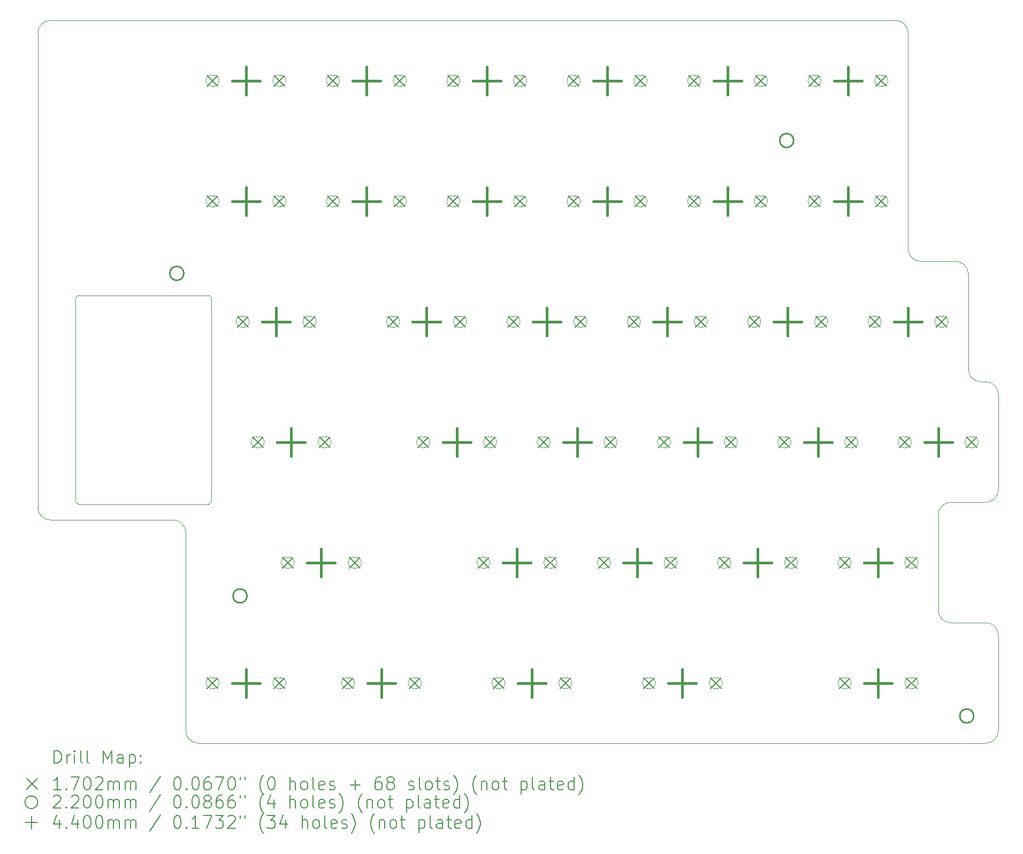
<source format=gbr>
%TF.GenerationSoftware,KiCad,Pcbnew,8.0.6*%
%TF.CreationDate,2025-05-11T12:33:25+09:00*%
%TF.ProjectId,65_split_left,36355f73-706c-4697-945f-6c6566742e6b,rev?*%
%TF.SameCoordinates,PX12f0318PYf8a778*%
%TF.FileFunction,Drillmap*%
%TF.FilePolarity,Positive*%
%FSLAX45Y45*%
G04 Gerber Fmt 4.5, Leading zero omitted, Abs format (unit mm)*
G04 Created by KiCad (PCBNEW 8.0.6) date 2025-05-11 12:33:25*
%MOMM*%
%LPD*%
G01*
G04 APERTURE LIST*
%ADD10C,0.050000*%
%ADD11C,0.120000*%
%ADD12C,0.200000*%
%ADD13C,0.170180*%
%ADD14C,0.100000*%
%ADD15C,0.220000*%
%ADD16C,0.440000*%
G04 APERTURE END LIST*
D10*
X14248650Y-7820000D02*
X14248650Y-9325000D01*
X15001150Y-5715000D02*
X14924900Y-5715000D01*
X13572400Y0D02*
G75*
G02*
X13772400Y-200000I0J-200000D01*
G01*
X2542400Y-11430000D02*
X15001150Y-11430000D01*
X15201150Y-11230000D02*
G75*
G02*
X15001150Y-11430000I-200000J0D01*
G01*
X2142400Y-7900000D02*
G75*
G02*
X2342400Y-8100000I0J-200000D01*
G01*
X2342400Y-11230000D02*
X2342400Y-8100000D01*
X14924900Y-5715000D02*
G75*
G02*
X14724900Y-5515000I0J200000D01*
G01*
X14248650Y-7820000D02*
G75*
G02*
X14448650Y-7620000I200000J0D01*
G01*
X15001150Y-5715000D02*
G75*
G02*
X15201150Y-5915000I0J-200000D01*
G01*
X200000Y-7900000D02*
X2142400Y-7900000D01*
X14448650Y-9525000D02*
G75*
G02*
X14248650Y-9325000I0J200000D01*
G01*
X15201150Y-9725000D02*
X15201150Y-11230000D01*
X13772400Y-200000D02*
X13772400Y-3610000D01*
X15001150Y-7620000D02*
X14448650Y-7620000D01*
X0Y-200000D02*
G75*
G02*
X200000Y0I200000J0D01*
G01*
X2542400Y-11430000D02*
G75*
G02*
X2342400Y-11230000I0J200000D01*
G01*
X14724900Y-4010000D02*
X14724900Y-5515000D01*
X13972400Y-3810000D02*
X14524900Y-3810000D01*
X0Y-200000D02*
X0Y-7700000D01*
X15201150Y-5915000D02*
X15201150Y-7420000D01*
X15001150Y-9525000D02*
G75*
G02*
X15201150Y-9725000I0J-200000D01*
G01*
X200000Y-7900000D02*
G75*
G02*
X0Y-7700000I0J200000D01*
G01*
X13972400Y-3810000D02*
G75*
G02*
X13772400Y-3610000I0J200000D01*
G01*
X13572400Y0D02*
X200000Y0D01*
X14448650Y-9525000D02*
X15001150Y-9525000D01*
X14524900Y-3810000D02*
G75*
G02*
X14724900Y-4010000I0J-200000D01*
G01*
X15201150Y-7420000D02*
G75*
G02*
X15001150Y-7620000I-200000J0D01*
G01*
D11*
X600000Y-7600000D02*
X600000Y-4400000D01*
X650000Y-4350000D02*
X2700000Y-4350000D01*
X2700000Y-7650000D02*
X650000Y-7650000D01*
X2750000Y-4400000D02*
X2750000Y-7600000D01*
X600000Y-4400000D02*
G75*
G02*
X650000Y-4350000I50000J0D01*
G01*
X650000Y-7650000D02*
G75*
G02*
X600000Y-7600000I0J50000D01*
G01*
X2700000Y-4350000D02*
G75*
G02*
X2750000Y-4400000I0J-50000D01*
G01*
X2750000Y-7600000D02*
G75*
G02*
X2700000Y-7650000I-50000J0D01*
G01*
D12*
D13*
X2680810Y-867410D02*
X2850990Y-1037590D01*
X2850990Y-867410D02*
X2680810Y-1037590D01*
D14*
X2786900Y-867410D02*
X2744900Y-867410D01*
X2744900Y-1037590D02*
G75*
G02*
X2744900Y-867410I0J85090D01*
G01*
X2744900Y-1037590D02*
X2786900Y-1037590D01*
X2786900Y-1037590D02*
G75*
G03*
X2786900Y-867410I0J85090D01*
G01*
D13*
X2680810Y-2772410D02*
X2850990Y-2942590D01*
X2850990Y-2772410D02*
X2680810Y-2942590D01*
D14*
X2786900Y-2772410D02*
X2744900Y-2772410D01*
X2744900Y-2942590D02*
G75*
G02*
X2744900Y-2772410I0J85090D01*
G01*
X2744900Y-2942590D02*
X2786900Y-2942590D01*
X2786900Y-2942590D02*
G75*
G03*
X2786900Y-2772410I0J85090D01*
G01*
D13*
X2680810Y-10392410D02*
X2850990Y-10562590D01*
X2850990Y-10392410D02*
X2680810Y-10562590D01*
D14*
X2786900Y-10392410D02*
X2744900Y-10392410D01*
X2744900Y-10562590D02*
G75*
G02*
X2744900Y-10392410I0J85090D01*
G01*
X2744900Y-10562590D02*
X2786900Y-10562590D01*
X2786900Y-10562590D02*
G75*
G03*
X2786900Y-10392410I0J85090D01*
G01*
D13*
X3157060Y-4677410D02*
X3327240Y-4847590D01*
X3327240Y-4677410D02*
X3157060Y-4847590D01*
D14*
X3263150Y-4677410D02*
X3221150Y-4677410D01*
X3221150Y-4847590D02*
G75*
G02*
X3221150Y-4677410I0J85090D01*
G01*
X3221150Y-4847590D02*
X3263150Y-4847590D01*
X3263150Y-4847590D02*
G75*
G03*
X3263150Y-4677410I0J85090D01*
G01*
D13*
X3395185Y-6582410D02*
X3565365Y-6752590D01*
X3565365Y-6582410D02*
X3395185Y-6752590D01*
D14*
X3501275Y-6582410D02*
X3459275Y-6582410D01*
X3459275Y-6752590D02*
G75*
G02*
X3459275Y-6582410I0J85090D01*
G01*
X3459275Y-6752590D02*
X3501275Y-6752590D01*
X3501275Y-6752590D02*
G75*
G03*
X3501275Y-6582410I0J85090D01*
G01*
D13*
X3738810Y-867410D02*
X3908990Y-1037590D01*
X3908990Y-867410D02*
X3738810Y-1037590D01*
D14*
X3844900Y-867410D02*
X3802900Y-867410D01*
X3802900Y-1037590D02*
G75*
G02*
X3802900Y-867410I0J85090D01*
G01*
X3802900Y-1037590D02*
X3844900Y-1037590D01*
X3844900Y-1037590D02*
G75*
G03*
X3844900Y-867410I0J85090D01*
G01*
D13*
X3738810Y-2772410D02*
X3908990Y-2942590D01*
X3908990Y-2772410D02*
X3738810Y-2942590D01*
D14*
X3844900Y-2772410D02*
X3802900Y-2772410D01*
X3802900Y-2942590D02*
G75*
G02*
X3802900Y-2772410I0J85090D01*
G01*
X3802900Y-2942590D02*
X3844900Y-2942590D01*
X3844900Y-2942590D02*
G75*
G03*
X3844900Y-2772410I0J85090D01*
G01*
D13*
X3738810Y-10392410D02*
X3908990Y-10562590D01*
X3908990Y-10392410D02*
X3738810Y-10562590D01*
D14*
X3844900Y-10392410D02*
X3802900Y-10392410D01*
X3802900Y-10562590D02*
G75*
G02*
X3802900Y-10392410I0J85090D01*
G01*
X3802900Y-10562590D02*
X3844900Y-10562590D01*
X3844900Y-10562590D02*
G75*
G03*
X3844900Y-10392410I0J85090D01*
G01*
D13*
X3871435Y-8487410D02*
X4041615Y-8657590D01*
X4041615Y-8487410D02*
X3871435Y-8657590D01*
D14*
X3977525Y-8487410D02*
X3935525Y-8487410D01*
X3935525Y-8657590D02*
G75*
G02*
X3935525Y-8487410I0J85090D01*
G01*
X3935525Y-8657590D02*
X3977525Y-8657590D01*
X3977525Y-8657590D02*
G75*
G03*
X3977525Y-8487410I0J85090D01*
G01*
D13*
X4215060Y-4677410D02*
X4385240Y-4847590D01*
X4385240Y-4677410D02*
X4215060Y-4847590D01*
D14*
X4321150Y-4677410D02*
X4279150Y-4677410D01*
X4279150Y-4847590D02*
G75*
G02*
X4279150Y-4677410I0J85090D01*
G01*
X4279150Y-4847590D02*
X4321150Y-4847590D01*
X4321150Y-4847590D02*
G75*
G03*
X4321150Y-4677410I0J85090D01*
G01*
D13*
X4453185Y-6582410D02*
X4623365Y-6752590D01*
X4623365Y-6582410D02*
X4453185Y-6752590D01*
D14*
X4559275Y-6582410D02*
X4517275Y-6582410D01*
X4517275Y-6752590D02*
G75*
G02*
X4517275Y-6582410I0J85090D01*
G01*
X4517275Y-6752590D02*
X4559275Y-6752590D01*
X4559275Y-6752590D02*
G75*
G03*
X4559275Y-6582410I0J85090D01*
G01*
D13*
X4585810Y-867410D02*
X4755990Y-1037590D01*
X4755990Y-867410D02*
X4585810Y-1037590D01*
D14*
X4691900Y-867410D02*
X4649900Y-867410D01*
X4649900Y-1037590D02*
G75*
G02*
X4649900Y-867410I0J85090D01*
G01*
X4649900Y-1037590D02*
X4691900Y-1037590D01*
X4691900Y-1037590D02*
G75*
G03*
X4691900Y-867410I0J85090D01*
G01*
D13*
X4585810Y-2772410D02*
X4755990Y-2942590D01*
X4755990Y-2772410D02*
X4585810Y-2942590D01*
D14*
X4691900Y-2772410D02*
X4649900Y-2772410D01*
X4649900Y-2942590D02*
G75*
G02*
X4649900Y-2772410I0J85090D01*
G01*
X4649900Y-2942590D02*
X4691900Y-2942590D01*
X4691900Y-2942590D02*
G75*
G03*
X4691900Y-2772410I0J85090D01*
G01*
D13*
X4823935Y-10392410D02*
X4994115Y-10562590D01*
X4994115Y-10392410D02*
X4823935Y-10562590D01*
D14*
X4930025Y-10392410D02*
X4888025Y-10392410D01*
X4888025Y-10562590D02*
G75*
G02*
X4888025Y-10392410I0J85090D01*
G01*
X4888025Y-10562590D02*
X4930025Y-10562590D01*
X4930025Y-10562590D02*
G75*
G03*
X4930025Y-10392410I0J85090D01*
G01*
D13*
X4929435Y-8487410D02*
X5099615Y-8657590D01*
X5099615Y-8487410D02*
X4929435Y-8657590D01*
D14*
X5035525Y-8487410D02*
X4993525Y-8487410D01*
X4993525Y-8657590D02*
G75*
G02*
X4993525Y-8487410I0J85090D01*
G01*
X4993525Y-8657590D02*
X5035525Y-8657590D01*
X5035525Y-8657590D02*
G75*
G03*
X5035525Y-8487410I0J85090D01*
G01*
D13*
X5538310Y-4677410D02*
X5708490Y-4847590D01*
X5708490Y-4677410D02*
X5538310Y-4847590D01*
D14*
X5644400Y-4677410D02*
X5602400Y-4677410D01*
X5602400Y-4847590D02*
G75*
G02*
X5602400Y-4677410I0J85090D01*
G01*
X5602400Y-4847590D02*
X5644400Y-4847590D01*
X5644400Y-4847590D02*
G75*
G03*
X5644400Y-4677410I0J85090D01*
G01*
D13*
X5643810Y-867410D02*
X5813990Y-1037590D01*
X5813990Y-867410D02*
X5643810Y-1037590D01*
D14*
X5749900Y-867410D02*
X5707900Y-867410D01*
X5707900Y-1037590D02*
G75*
G02*
X5707900Y-867410I0J85090D01*
G01*
X5707900Y-1037590D02*
X5749900Y-1037590D01*
X5749900Y-1037590D02*
G75*
G03*
X5749900Y-867410I0J85090D01*
G01*
D13*
X5643810Y-2772410D02*
X5813990Y-2942590D01*
X5813990Y-2772410D02*
X5643810Y-2942590D01*
D14*
X5749900Y-2772410D02*
X5707900Y-2772410D01*
X5707900Y-2942590D02*
G75*
G02*
X5707900Y-2772410I0J85090D01*
G01*
X5707900Y-2942590D02*
X5749900Y-2942590D01*
X5749900Y-2942590D02*
G75*
G03*
X5749900Y-2772410I0J85090D01*
G01*
D13*
X5881935Y-10392410D02*
X6052115Y-10562590D01*
X6052115Y-10392410D02*
X5881935Y-10562590D01*
D14*
X5988025Y-10392410D02*
X5946025Y-10392410D01*
X5946025Y-10562590D02*
G75*
G02*
X5946025Y-10392410I0J85090D01*
G01*
X5946025Y-10562590D02*
X5988025Y-10562590D01*
X5988025Y-10562590D02*
G75*
G03*
X5988025Y-10392410I0J85090D01*
G01*
D13*
X6014560Y-6582410D02*
X6184740Y-6752590D01*
X6184740Y-6582410D02*
X6014560Y-6752590D01*
D14*
X6120650Y-6582410D02*
X6078650Y-6582410D01*
X6078650Y-6752590D02*
G75*
G02*
X6078650Y-6582410I0J85090D01*
G01*
X6078650Y-6752590D02*
X6120650Y-6752590D01*
X6120650Y-6752590D02*
G75*
G03*
X6120650Y-6582410I0J85090D01*
G01*
D13*
X6490810Y-867410D02*
X6660990Y-1037590D01*
X6660990Y-867410D02*
X6490810Y-1037590D01*
D14*
X6596900Y-867410D02*
X6554900Y-867410D01*
X6554900Y-1037590D02*
G75*
G02*
X6554900Y-867410I0J85090D01*
G01*
X6554900Y-1037590D02*
X6596900Y-1037590D01*
X6596900Y-1037590D02*
G75*
G03*
X6596900Y-867410I0J85090D01*
G01*
D13*
X6490810Y-2772410D02*
X6660990Y-2942590D01*
X6660990Y-2772410D02*
X6490810Y-2942590D01*
D14*
X6596900Y-2772410D02*
X6554900Y-2772410D01*
X6554900Y-2942590D02*
G75*
G02*
X6554900Y-2772410I0J85090D01*
G01*
X6554900Y-2942590D02*
X6596900Y-2942590D01*
X6596900Y-2942590D02*
G75*
G03*
X6596900Y-2772410I0J85090D01*
G01*
D13*
X6596310Y-4677410D02*
X6766490Y-4847590D01*
X6766490Y-4677410D02*
X6596310Y-4847590D01*
D14*
X6702400Y-4677410D02*
X6660400Y-4677410D01*
X6660400Y-4847590D02*
G75*
G02*
X6660400Y-4677410I0J85090D01*
G01*
X6660400Y-4847590D02*
X6702400Y-4847590D01*
X6702400Y-4847590D02*
G75*
G03*
X6702400Y-4677410I0J85090D01*
G01*
D13*
X6967060Y-8487410D02*
X7137240Y-8657590D01*
X7137240Y-8487410D02*
X6967060Y-8657590D01*
D14*
X7073150Y-8487410D02*
X7031150Y-8487410D01*
X7031150Y-8657590D02*
G75*
G02*
X7031150Y-8487410I0J85090D01*
G01*
X7031150Y-8657590D02*
X7073150Y-8657590D01*
X7073150Y-8657590D02*
G75*
G03*
X7073150Y-8487410I0J85090D01*
G01*
D13*
X7072560Y-6582410D02*
X7242740Y-6752590D01*
X7242740Y-6582410D02*
X7072560Y-6752590D01*
D14*
X7178650Y-6582410D02*
X7136650Y-6582410D01*
X7136650Y-6752590D02*
G75*
G02*
X7136650Y-6582410I0J85090D01*
G01*
X7136650Y-6752590D02*
X7178650Y-6752590D01*
X7178650Y-6752590D02*
G75*
G03*
X7178650Y-6582410I0J85090D01*
G01*
D13*
X7205185Y-10392410D02*
X7375365Y-10562590D01*
X7375365Y-10392410D02*
X7205185Y-10562590D01*
D14*
X7311275Y-10392410D02*
X7269275Y-10392410D01*
X7269275Y-10562590D02*
G75*
G02*
X7269275Y-10392410I0J85090D01*
G01*
X7269275Y-10562590D02*
X7311275Y-10562590D01*
X7311275Y-10562590D02*
G75*
G03*
X7311275Y-10392410I0J85090D01*
G01*
D13*
X7443310Y-4677410D02*
X7613490Y-4847590D01*
X7613490Y-4677410D02*
X7443310Y-4847590D01*
D14*
X7549400Y-4677410D02*
X7507400Y-4677410D01*
X7507400Y-4847590D02*
G75*
G02*
X7507400Y-4677410I0J85090D01*
G01*
X7507400Y-4847590D02*
X7549400Y-4847590D01*
X7549400Y-4847590D02*
G75*
G03*
X7549400Y-4677410I0J85090D01*
G01*
D13*
X7548810Y-867410D02*
X7718990Y-1037590D01*
X7718990Y-867410D02*
X7548810Y-1037590D01*
D14*
X7654900Y-867410D02*
X7612900Y-867410D01*
X7612900Y-1037590D02*
G75*
G02*
X7612900Y-867410I0J85090D01*
G01*
X7612900Y-1037590D02*
X7654900Y-1037590D01*
X7654900Y-1037590D02*
G75*
G03*
X7654900Y-867410I0J85090D01*
G01*
D13*
X7548810Y-2772410D02*
X7718990Y-2942590D01*
X7718990Y-2772410D02*
X7548810Y-2942590D01*
D14*
X7654900Y-2772410D02*
X7612900Y-2772410D01*
X7612900Y-2942590D02*
G75*
G02*
X7612900Y-2772410I0J85090D01*
G01*
X7612900Y-2942590D02*
X7654900Y-2942590D01*
X7654900Y-2942590D02*
G75*
G03*
X7654900Y-2772410I0J85090D01*
G01*
D13*
X7919560Y-6582410D02*
X8089740Y-6752590D01*
X8089740Y-6582410D02*
X7919560Y-6752590D01*
D14*
X8025650Y-6582410D02*
X7983650Y-6582410D01*
X7983650Y-6752590D02*
G75*
G02*
X7983650Y-6582410I0J85090D01*
G01*
X7983650Y-6752590D02*
X8025650Y-6752590D01*
X8025650Y-6752590D02*
G75*
G03*
X8025650Y-6582410I0J85090D01*
G01*
D13*
X8025060Y-8487410D02*
X8195240Y-8657590D01*
X8195240Y-8487410D02*
X8025060Y-8657590D01*
D14*
X8131150Y-8487410D02*
X8089150Y-8487410D01*
X8089150Y-8657590D02*
G75*
G02*
X8089150Y-8487410I0J85090D01*
G01*
X8089150Y-8657590D02*
X8131150Y-8657590D01*
X8131150Y-8657590D02*
G75*
G03*
X8131150Y-8487410I0J85090D01*
G01*
D13*
X8263185Y-10392410D02*
X8433365Y-10562590D01*
X8433365Y-10392410D02*
X8263185Y-10562590D01*
D14*
X8369275Y-10392410D02*
X8327275Y-10392410D01*
X8327275Y-10562590D02*
G75*
G02*
X8327275Y-10392410I0J85090D01*
G01*
X8327275Y-10562590D02*
X8369275Y-10562590D01*
X8369275Y-10562590D02*
G75*
G03*
X8369275Y-10392410I0J85090D01*
G01*
D13*
X8395810Y-867410D02*
X8565990Y-1037590D01*
X8565990Y-867410D02*
X8395810Y-1037590D01*
D14*
X8501900Y-867410D02*
X8459900Y-867410D01*
X8459900Y-1037590D02*
G75*
G02*
X8459900Y-867410I0J85090D01*
G01*
X8459900Y-1037590D02*
X8501900Y-1037590D01*
X8501900Y-1037590D02*
G75*
G03*
X8501900Y-867410I0J85090D01*
G01*
D13*
X8395810Y-2772410D02*
X8565990Y-2942590D01*
X8565990Y-2772410D02*
X8395810Y-2942590D01*
D14*
X8501900Y-2772410D02*
X8459900Y-2772410D01*
X8459900Y-2942590D02*
G75*
G02*
X8459900Y-2772410I0J85090D01*
G01*
X8459900Y-2942590D02*
X8501900Y-2942590D01*
X8501900Y-2942590D02*
G75*
G03*
X8501900Y-2772410I0J85090D01*
G01*
D13*
X8501310Y-4677410D02*
X8671490Y-4847590D01*
X8671490Y-4677410D02*
X8501310Y-4847590D01*
D14*
X8607400Y-4677410D02*
X8565400Y-4677410D01*
X8565400Y-4847590D02*
G75*
G02*
X8565400Y-4677410I0J85090D01*
G01*
X8565400Y-4847590D02*
X8607400Y-4847590D01*
X8607400Y-4847590D02*
G75*
G03*
X8607400Y-4677410I0J85090D01*
G01*
D13*
X8872060Y-8487410D02*
X9042240Y-8657590D01*
X9042240Y-8487410D02*
X8872060Y-8657590D01*
D14*
X8978150Y-8487410D02*
X8936150Y-8487410D01*
X8936150Y-8657590D02*
G75*
G02*
X8936150Y-8487410I0J85090D01*
G01*
X8936150Y-8657590D02*
X8978150Y-8657590D01*
X8978150Y-8657590D02*
G75*
G03*
X8978150Y-8487410I0J85090D01*
G01*
D13*
X8977560Y-6582410D02*
X9147740Y-6752590D01*
X9147740Y-6582410D02*
X8977560Y-6752590D01*
D14*
X9083650Y-6582410D02*
X9041650Y-6582410D01*
X9041650Y-6752590D02*
G75*
G02*
X9041650Y-6582410I0J85090D01*
G01*
X9041650Y-6752590D02*
X9083650Y-6752590D01*
X9083650Y-6752590D02*
G75*
G03*
X9083650Y-6582410I0J85090D01*
G01*
D13*
X9348310Y-4677410D02*
X9518490Y-4847590D01*
X9518490Y-4677410D02*
X9348310Y-4847590D01*
D14*
X9454400Y-4677410D02*
X9412400Y-4677410D01*
X9412400Y-4847590D02*
G75*
G02*
X9412400Y-4677410I0J85090D01*
G01*
X9412400Y-4847590D02*
X9454400Y-4847590D01*
X9454400Y-4847590D02*
G75*
G03*
X9454400Y-4677410I0J85090D01*
G01*
D13*
X9453810Y-867410D02*
X9623990Y-1037590D01*
X9623990Y-867410D02*
X9453810Y-1037590D01*
D14*
X9559900Y-867410D02*
X9517900Y-867410D01*
X9517900Y-1037590D02*
G75*
G02*
X9517900Y-867410I0J85090D01*
G01*
X9517900Y-1037590D02*
X9559900Y-1037590D01*
X9559900Y-1037590D02*
G75*
G03*
X9559900Y-867410I0J85090D01*
G01*
D13*
X9453810Y-2772410D02*
X9623990Y-2942590D01*
X9623990Y-2772410D02*
X9453810Y-2942590D01*
D14*
X9559900Y-2772410D02*
X9517900Y-2772410D01*
X9517900Y-2942590D02*
G75*
G02*
X9517900Y-2772410I0J85090D01*
G01*
X9517900Y-2942590D02*
X9559900Y-2942590D01*
X9559900Y-2942590D02*
G75*
G03*
X9559900Y-2772410I0J85090D01*
G01*
D13*
X9586435Y-10392410D02*
X9756615Y-10562590D01*
X9756615Y-10392410D02*
X9586435Y-10562590D01*
D14*
X9692525Y-10392410D02*
X9650525Y-10392410D01*
X9650525Y-10562590D02*
G75*
G02*
X9650525Y-10392410I0J85090D01*
G01*
X9650525Y-10562590D02*
X9692525Y-10562590D01*
X9692525Y-10562590D02*
G75*
G03*
X9692525Y-10392410I0J85090D01*
G01*
D13*
X9824560Y-6582410D02*
X9994740Y-6752590D01*
X9994740Y-6582410D02*
X9824560Y-6752590D01*
D14*
X9930650Y-6582410D02*
X9888650Y-6582410D01*
X9888650Y-6752590D02*
G75*
G02*
X9888650Y-6582410I0J85090D01*
G01*
X9888650Y-6752590D02*
X9930650Y-6752590D01*
X9930650Y-6752590D02*
G75*
G03*
X9930650Y-6582410I0J85090D01*
G01*
D13*
X9930060Y-8487410D02*
X10100240Y-8657590D01*
X10100240Y-8487410D02*
X9930060Y-8657590D01*
D14*
X10036150Y-8487410D02*
X9994150Y-8487410D01*
X9994150Y-8657590D02*
G75*
G02*
X9994150Y-8487410I0J85090D01*
G01*
X9994150Y-8657590D02*
X10036150Y-8657590D01*
X10036150Y-8657590D02*
G75*
G03*
X10036150Y-8487410I0J85090D01*
G01*
D13*
X10300810Y-867410D02*
X10470990Y-1037590D01*
X10470990Y-867410D02*
X10300810Y-1037590D01*
D14*
X10406900Y-867410D02*
X10364900Y-867410D01*
X10364900Y-1037590D02*
G75*
G02*
X10364900Y-867410I0J85090D01*
G01*
X10364900Y-1037590D02*
X10406900Y-1037590D01*
X10406900Y-1037590D02*
G75*
G03*
X10406900Y-867410I0J85090D01*
G01*
D13*
X10300810Y-2772410D02*
X10470990Y-2942590D01*
X10470990Y-2772410D02*
X10300810Y-2942590D01*
D14*
X10406900Y-2772410D02*
X10364900Y-2772410D01*
X10364900Y-2942590D02*
G75*
G02*
X10364900Y-2772410I0J85090D01*
G01*
X10364900Y-2942590D02*
X10406900Y-2942590D01*
X10406900Y-2942590D02*
G75*
G03*
X10406900Y-2772410I0J85090D01*
G01*
D13*
X10406310Y-4677410D02*
X10576490Y-4847590D01*
X10576490Y-4677410D02*
X10406310Y-4847590D01*
D14*
X10512400Y-4677410D02*
X10470400Y-4677410D01*
X10470400Y-4847590D02*
G75*
G02*
X10470400Y-4677410I0J85090D01*
G01*
X10470400Y-4847590D02*
X10512400Y-4847590D01*
X10512400Y-4847590D02*
G75*
G03*
X10512400Y-4677410I0J85090D01*
G01*
D13*
X10644435Y-10392410D02*
X10814615Y-10562590D01*
X10814615Y-10392410D02*
X10644435Y-10562590D01*
D14*
X10750525Y-10392410D02*
X10708525Y-10392410D01*
X10708525Y-10562590D02*
G75*
G02*
X10708525Y-10392410I0J85090D01*
G01*
X10708525Y-10562590D02*
X10750525Y-10562590D01*
X10750525Y-10562590D02*
G75*
G03*
X10750525Y-10392410I0J85090D01*
G01*
D13*
X10777060Y-8487410D02*
X10947240Y-8657590D01*
X10947240Y-8487410D02*
X10777060Y-8657590D01*
D14*
X10883150Y-8487410D02*
X10841150Y-8487410D01*
X10841150Y-8657590D02*
G75*
G02*
X10841150Y-8487410I0J85090D01*
G01*
X10841150Y-8657590D02*
X10883150Y-8657590D01*
X10883150Y-8657590D02*
G75*
G03*
X10883150Y-8487410I0J85090D01*
G01*
D13*
X10882560Y-6582410D02*
X11052740Y-6752590D01*
X11052740Y-6582410D02*
X10882560Y-6752590D01*
D14*
X10988650Y-6582410D02*
X10946650Y-6582410D01*
X10946650Y-6752590D02*
G75*
G02*
X10946650Y-6582410I0J85090D01*
G01*
X10946650Y-6752590D02*
X10988650Y-6752590D01*
X10988650Y-6752590D02*
G75*
G03*
X10988650Y-6582410I0J85090D01*
G01*
D13*
X11253310Y-4677410D02*
X11423490Y-4847590D01*
X11423490Y-4677410D02*
X11253310Y-4847590D01*
D14*
X11359400Y-4677410D02*
X11317400Y-4677410D01*
X11317400Y-4847590D02*
G75*
G02*
X11317400Y-4677410I0J85090D01*
G01*
X11317400Y-4847590D02*
X11359400Y-4847590D01*
X11359400Y-4847590D02*
G75*
G03*
X11359400Y-4677410I0J85090D01*
G01*
D13*
X11358810Y-867410D02*
X11528990Y-1037590D01*
X11528990Y-867410D02*
X11358810Y-1037590D01*
D14*
X11464900Y-867410D02*
X11422900Y-867410D01*
X11422900Y-1037590D02*
G75*
G02*
X11422900Y-867410I0J85090D01*
G01*
X11422900Y-1037590D02*
X11464900Y-1037590D01*
X11464900Y-1037590D02*
G75*
G03*
X11464900Y-867410I0J85090D01*
G01*
D13*
X11358810Y-2772410D02*
X11528990Y-2942590D01*
X11528990Y-2772410D02*
X11358810Y-2942590D01*
D14*
X11464900Y-2772410D02*
X11422900Y-2772410D01*
X11422900Y-2942590D02*
G75*
G02*
X11422900Y-2772410I0J85090D01*
G01*
X11422900Y-2942590D02*
X11464900Y-2942590D01*
X11464900Y-2942590D02*
G75*
G03*
X11464900Y-2772410I0J85090D01*
G01*
D13*
X11729560Y-6582410D02*
X11899740Y-6752590D01*
X11899740Y-6582410D02*
X11729560Y-6752590D01*
D14*
X11835650Y-6582410D02*
X11793650Y-6582410D01*
X11793650Y-6752590D02*
G75*
G02*
X11793650Y-6582410I0J85090D01*
G01*
X11793650Y-6752590D02*
X11835650Y-6752590D01*
X11835650Y-6752590D02*
G75*
G03*
X11835650Y-6582410I0J85090D01*
G01*
D13*
X11835060Y-8487410D02*
X12005240Y-8657590D01*
X12005240Y-8487410D02*
X11835060Y-8657590D01*
D14*
X11941150Y-8487410D02*
X11899150Y-8487410D01*
X11899150Y-8657590D02*
G75*
G02*
X11899150Y-8487410I0J85090D01*
G01*
X11899150Y-8657590D02*
X11941150Y-8657590D01*
X11941150Y-8657590D02*
G75*
G03*
X11941150Y-8487410I0J85090D01*
G01*
D13*
X12205810Y-867410D02*
X12375990Y-1037590D01*
X12375990Y-867410D02*
X12205810Y-1037590D01*
D14*
X12311900Y-867410D02*
X12269900Y-867410D01*
X12269900Y-1037590D02*
G75*
G02*
X12269900Y-867410I0J85090D01*
G01*
X12269900Y-1037590D02*
X12311900Y-1037590D01*
X12311900Y-1037590D02*
G75*
G03*
X12311900Y-867410I0J85090D01*
G01*
D13*
X12205810Y-2772410D02*
X12375990Y-2942590D01*
X12375990Y-2772410D02*
X12205810Y-2942590D01*
D14*
X12311900Y-2772410D02*
X12269900Y-2772410D01*
X12269900Y-2942590D02*
G75*
G02*
X12269900Y-2772410I0J85090D01*
G01*
X12269900Y-2942590D02*
X12311900Y-2942590D01*
X12311900Y-2942590D02*
G75*
G03*
X12311900Y-2772410I0J85090D01*
G01*
D13*
X12311310Y-4677410D02*
X12481490Y-4847590D01*
X12481490Y-4677410D02*
X12311310Y-4847590D01*
D14*
X12417400Y-4677410D02*
X12375400Y-4677410D01*
X12375400Y-4847590D02*
G75*
G02*
X12375400Y-4677410I0J85090D01*
G01*
X12375400Y-4847590D02*
X12417400Y-4847590D01*
X12417400Y-4847590D02*
G75*
G03*
X12417400Y-4677410I0J85090D01*
G01*
D13*
X12682060Y-8487410D02*
X12852240Y-8657590D01*
X12852240Y-8487410D02*
X12682060Y-8657590D01*
D14*
X12788150Y-8487410D02*
X12746150Y-8487410D01*
X12746150Y-8657590D02*
G75*
G02*
X12746150Y-8487410I0J85090D01*
G01*
X12746150Y-8657590D02*
X12788150Y-8657590D01*
X12788150Y-8657590D02*
G75*
G03*
X12788150Y-8487410I0J85090D01*
G01*
D13*
X12682060Y-10392410D02*
X12852240Y-10562590D01*
X12852240Y-10392410D02*
X12682060Y-10562590D01*
D14*
X12788150Y-10392410D02*
X12746150Y-10392410D01*
X12746150Y-10562590D02*
G75*
G02*
X12746150Y-10392410I0J85090D01*
G01*
X12746150Y-10562590D02*
X12788150Y-10562590D01*
X12788150Y-10562590D02*
G75*
G03*
X12788150Y-10392410I0J85090D01*
G01*
D13*
X12787560Y-6582410D02*
X12957740Y-6752590D01*
X12957740Y-6582410D02*
X12787560Y-6752590D01*
D14*
X12893650Y-6582410D02*
X12851650Y-6582410D01*
X12851650Y-6752590D02*
G75*
G02*
X12851650Y-6582410I0J85090D01*
G01*
X12851650Y-6752590D02*
X12893650Y-6752590D01*
X12893650Y-6752590D02*
G75*
G03*
X12893650Y-6582410I0J85090D01*
G01*
D13*
X13158310Y-4677410D02*
X13328490Y-4847590D01*
X13328490Y-4677410D02*
X13158310Y-4847590D01*
D14*
X13264400Y-4677410D02*
X13222400Y-4677410D01*
X13222400Y-4847590D02*
G75*
G02*
X13222400Y-4677410I0J85090D01*
G01*
X13222400Y-4847590D02*
X13264400Y-4847590D01*
X13264400Y-4847590D02*
G75*
G03*
X13264400Y-4677410I0J85090D01*
G01*
D13*
X13263810Y-867410D02*
X13433990Y-1037590D01*
X13433990Y-867410D02*
X13263810Y-1037590D01*
D14*
X13369900Y-867410D02*
X13327900Y-867410D01*
X13327900Y-1037590D02*
G75*
G02*
X13327900Y-867410I0J85090D01*
G01*
X13327900Y-1037590D02*
X13369900Y-1037590D01*
X13369900Y-1037590D02*
G75*
G03*
X13369900Y-867410I0J85090D01*
G01*
D13*
X13263810Y-2772410D02*
X13433990Y-2942590D01*
X13433990Y-2772410D02*
X13263810Y-2942590D01*
D14*
X13369900Y-2772410D02*
X13327900Y-2772410D01*
X13327900Y-2942590D02*
G75*
G02*
X13327900Y-2772410I0J85090D01*
G01*
X13327900Y-2942590D02*
X13369900Y-2942590D01*
X13369900Y-2942590D02*
G75*
G03*
X13369900Y-2772410I0J85090D01*
G01*
D13*
X13634560Y-6582410D02*
X13804740Y-6752590D01*
X13804740Y-6582410D02*
X13634560Y-6752590D01*
D14*
X13740650Y-6582410D02*
X13698650Y-6582410D01*
X13698650Y-6752590D02*
G75*
G02*
X13698650Y-6582410I0J85090D01*
G01*
X13698650Y-6752590D02*
X13740650Y-6752590D01*
X13740650Y-6752590D02*
G75*
G03*
X13740650Y-6582410I0J85090D01*
G01*
D13*
X13740060Y-8487410D02*
X13910240Y-8657590D01*
X13910240Y-8487410D02*
X13740060Y-8657590D01*
D14*
X13846150Y-8487410D02*
X13804150Y-8487410D01*
X13804150Y-8657590D02*
G75*
G02*
X13804150Y-8487410I0J85090D01*
G01*
X13804150Y-8657590D02*
X13846150Y-8657590D01*
X13846150Y-8657590D02*
G75*
G03*
X13846150Y-8487410I0J85090D01*
G01*
D13*
X13740060Y-10392410D02*
X13910240Y-10562590D01*
X13910240Y-10392410D02*
X13740060Y-10562590D01*
D14*
X13846150Y-10392410D02*
X13804150Y-10392410D01*
X13804150Y-10562590D02*
G75*
G02*
X13804150Y-10392410I0J85090D01*
G01*
X13804150Y-10562590D02*
X13846150Y-10562590D01*
X13846150Y-10562590D02*
G75*
G03*
X13846150Y-10392410I0J85090D01*
G01*
D13*
X14216310Y-4677410D02*
X14386490Y-4847590D01*
X14386490Y-4677410D02*
X14216310Y-4847590D01*
D14*
X14322400Y-4677410D02*
X14280400Y-4677410D01*
X14280400Y-4847590D02*
G75*
G02*
X14280400Y-4677410I0J85090D01*
G01*
X14280400Y-4847590D02*
X14322400Y-4847590D01*
X14322400Y-4847590D02*
G75*
G03*
X14322400Y-4677410I0J85090D01*
G01*
D13*
X14692560Y-6582410D02*
X14862740Y-6752590D01*
X14862740Y-6582410D02*
X14692560Y-6752590D01*
D14*
X14798650Y-6582410D02*
X14756650Y-6582410D01*
X14756650Y-6752590D02*
G75*
G02*
X14756650Y-6582410I0J85090D01*
G01*
X14756650Y-6752590D02*
X14798650Y-6752590D01*
X14798650Y-6752590D02*
G75*
G03*
X14798650Y-6582410I0J85090D01*
G01*
D15*
X2310000Y-4000000D02*
G75*
G02*
X2090000Y-4000000I-110000J0D01*
G01*
X2090000Y-4000000D02*
G75*
G02*
X2310000Y-4000000I110000J0D01*
G01*
X3310000Y-9100000D02*
G75*
G02*
X3090000Y-9100000I-110000J0D01*
G01*
X3090000Y-9100000D02*
G75*
G02*
X3310000Y-9100000I110000J0D01*
G01*
X11960000Y-1900000D02*
G75*
G02*
X11740000Y-1900000I-110000J0D01*
G01*
X11740000Y-1900000D02*
G75*
G02*
X11960000Y-1900000I110000J0D01*
G01*
X14810000Y-11000000D02*
G75*
G02*
X14590000Y-11000000I-110000J0D01*
G01*
X14590000Y-11000000D02*
G75*
G02*
X14810000Y-11000000I110000J0D01*
G01*
D16*
X3294900Y-732500D02*
X3294900Y-1172500D01*
X3074900Y-952500D02*
X3514900Y-952500D01*
X3294900Y-2637500D02*
X3294900Y-3077500D01*
X3074900Y-2857500D02*
X3514900Y-2857500D01*
X3294900Y-10257500D02*
X3294900Y-10697500D01*
X3074900Y-10477500D02*
X3514900Y-10477500D01*
X3771150Y-4542500D02*
X3771150Y-4982500D01*
X3551150Y-4762500D02*
X3991150Y-4762500D01*
X4009275Y-6447500D02*
X4009275Y-6887500D01*
X3789275Y-6667500D02*
X4229275Y-6667500D01*
X4485525Y-8352500D02*
X4485525Y-8792500D01*
X4265525Y-8572500D02*
X4705525Y-8572500D01*
X5199900Y-732500D02*
X5199900Y-1172500D01*
X4979900Y-952500D02*
X5419900Y-952500D01*
X5199900Y-2637500D02*
X5199900Y-3077500D01*
X4979900Y-2857500D02*
X5419900Y-2857500D01*
X5438025Y-10257500D02*
X5438025Y-10697500D01*
X5218025Y-10477500D02*
X5658025Y-10477500D01*
X6152400Y-4542500D02*
X6152400Y-4982500D01*
X5932400Y-4762500D02*
X6372400Y-4762500D01*
X6628650Y-6447500D02*
X6628650Y-6887500D01*
X6408650Y-6667500D02*
X6848650Y-6667500D01*
X7104900Y-732500D02*
X7104900Y-1172500D01*
X6884900Y-952500D02*
X7324900Y-952500D01*
X7104900Y-2637500D02*
X7104900Y-3077500D01*
X6884900Y-2857500D02*
X7324900Y-2857500D01*
X7581150Y-8352500D02*
X7581150Y-8792500D01*
X7361150Y-8572500D02*
X7801150Y-8572500D01*
X7819275Y-10257500D02*
X7819275Y-10697500D01*
X7599275Y-10477500D02*
X8039275Y-10477500D01*
X8057400Y-4542500D02*
X8057400Y-4982500D01*
X7837400Y-4762500D02*
X8277400Y-4762500D01*
X8533650Y-6447500D02*
X8533650Y-6887500D01*
X8313650Y-6667500D02*
X8753650Y-6667500D01*
X9009900Y-732500D02*
X9009900Y-1172500D01*
X8789900Y-952500D02*
X9229900Y-952500D01*
X9009900Y-2637500D02*
X9009900Y-3077500D01*
X8789900Y-2857500D02*
X9229900Y-2857500D01*
X9486150Y-8352500D02*
X9486150Y-8792500D01*
X9266150Y-8572500D02*
X9706150Y-8572500D01*
X9962400Y-4542500D02*
X9962400Y-4982500D01*
X9742400Y-4762500D02*
X10182400Y-4762500D01*
X10200525Y-10257500D02*
X10200525Y-10697500D01*
X9980525Y-10477500D02*
X10420525Y-10477500D01*
X10438650Y-6447500D02*
X10438650Y-6887500D01*
X10218650Y-6667500D02*
X10658650Y-6667500D01*
X10914900Y-732500D02*
X10914900Y-1172500D01*
X10694900Y-952500D02*
X11134900Y-952500D01*
X10914900Y-2637500D02*
X10914900Y-3077500D01*
X10694900Y-2857500D02*
X11134900Y-2857500D01*
X11391150Y-8352500D02*
X11391150Y-8792500D01*
X11171150Y-8572500D02*
X11611150Y-8572500D01*
X11867400Y-4542500D02*
X11867400Y-4982500D01*
X11647400Y-4762500D02*
X12087400Y-4762500D01*
X12343650Y-6447500D02*
X12343650Y-6887500D01*
X12123650Y-6667500D02*
X12563650Y-6667500D01*
X12819900Y-732500D02*
X12819900Y-1172500D01*
X12599900Y-952500D02*
X13039900Y-952500D01*
X12819900Y-2637500D02*
X12819900Y-3077500D01*
X12599900Y-2857500D02*
X13039900Y-2857500D01*
X13296150Y-8352500D02*
X13296150Y-8792500D01*
X13076150Y-8572500D02*
X13516150Y-8572500D01*
X13296150Y-10257500D02*
X13296150Y-10697500D01*
X13076150Y-10477500D02*
X13516150Y-10477500D01*
X13772400Y-4542500D02*
X13772400Y-4982500D01*
X13552400Y-4762500D02*
X13992400Y-4762500D01*
X14248650Y-6447500D02*
X14248650Y-6887500D01*
X14028650Y-6667500D02*
X14468650Y-6667500D01*
D12*
X258277Y-11743984D02*
X258277Y-11543984D01*
X258277Y-11543984D02*
X305896Y-11543984D01*
X305896Y-11543984D02*
X334467Y-11553508D01*
X334467Y-11553508D02*
X353515Y-11572555D01*
X353515Y-11572555D02*
X363039Y-11591603D01*
X363039Y-11591603D02*
X372562Y-11629698D01*
X372562Y-11629698D02*
X372562Y-11658269D01*
X372562Y-11658269D02*
X363039Y-11696365D01*
X363039Y-11696365D02*
X353515Y-11715412D01*
X353515Y-11715412D02*
X334467Y-11734460D01*
X334467Y-11734460D02*
X305896Y-11743984D01*
X305896Y-11743984D02*
X258277Y-11743984D01*
X458277Y-11743984D02*
X458277Y-11610650D01*
X458277Y-11648746D02*
X467801Y-11629698D01*
X467801Y-11629698D02*
X477324Y-11620174D01*
X477324Y-11620174D02*
X496372Y-11610650D01*
X496372Y-11610650D02*
X515420Y-11610650D01*
X582086Y-11743984D02*
X582086Y-11610650D01*
X582086Y-11543984D02*
X572563Y-11553508D01*
X572563Y-11553508D02*
X582086Y-11563031D01*
X582086Y-11563031D02*
X591610Y-11553508D01*
X591610Y-11553508D02*
X582086Y-11543984D01*
X582086Y-11543984D02*
X582086Y-11563031D01*
X705896Y-11743984D02*
X686848Y-11734460D01*
X686848Y-11734460D02*
X677324Y-11715412D01*
X677324Y-11715412D02*
X677324Y-11543984D01*
X810658Y-11743984D02*
X791610Y-11734460D01*
X791610Y-11734460D02*
X782086Y-11715412D01*
X782086Y-11715412D02*
X782086Y-11543984D01*
X1039229Y-11743984D02*
X1039229Y-11543984D01*
X1039229Y-11543984D02*
X1105896Y-11686841D01*
X1105896Y-11686841D02*
X1172563Y-11543984D01*
X1172563Y-11543984D02*
X1172563Y-11743984D01*
X1353515Y-11743984D02*
X1353515Y-11639222D01*
X1353515Y-11639222D02*
X1343991Y-11620174D01*
X1343991Y-11620174D02*
X1324944Y-11610650D01*
X1324944Y-11610650D02*
X1286848Y-11610650D01*
X1286848Y-11610650D02*
X1267801Y-11620174D01*
X1353515Y-11734460D02*
X1334467Y-11743984D01*
X1334467Y-11743984D02*
X1286848Y-11743984D01*
X1286848Y-11743984D02*
X1267801Y-11734460D01*
X1267801Y-11734460D02*
X1258277Y-11715412D01*
X1258277Y-11715412D02*
X1258277Y-11696365D01*
X1258277Y-11696365D02*
X1267801Y-11677317D01*
X1267801Y-11677317D02*
X1286848Y-11667793D01*
X1286848Y-11667793D02*
X1334467Y-11667793D01*
X1334467Y-11667793D02*
X1353515Y-11658269D01*
X1448753Y-11610650D02*
X1448753Y-11810650D01*
X1448753Y-11620174D02*
X1467801Y-11610650D01*
X1467801Y-11610650D02*
X1505896Y-11610650D01*
X1505896Y-11610650D02*
X1524943Y-11620174D01*
X1524943Y-11620174D02*
X1534467Y-11629698D01*
X1534467Y-11629698D02*
X1543991Y-11648746D01*
X1543991Y-11648746D02*
X1543991Y-11705888D01*
X1543991Y-11705888D02*
X1534467Y-11724936D01*
X1534467Y-11724936D02*
X1524943Y-11734460D01*
X1524943Y-11734460D02*
X1505896Y-11743984D01*
X1505896Y-11743984D02*
X1467801Y-11743984D01*
X1467801Y-11743984D02*
X1448753Y-11734460D01*
X1629705Y-11724936D02*
X1639229Y-11734460D01*
X1639229Y-11734460D02*
X1629705Y-11743984D01*
X1629705Y-11743984D02*
X1620182Y-11734460D01*
X1620182Y-11734460D02*
X1629705Y-11724936D01*
X1629705Y-11724936D02*
X1629705Y-11743984D01*
X1629705Y-11620174D02*
X1639229Y-11629698D01*
X1639229Y-11629698D02*
X1629705Y-11639222D01*
X1629705Y-11639222D02*
X1620182Y-11629698D01*
X1620182Y-11629698D02*
X1629705Y-11620174D01*
X1629705Y-11620174D02*
X1629705Y-11639222D01*
D13*
X-172680Y-11987410D02*
X-2500Y-12157590D01*
X-2500Y-11987410D02*
X-172680Y-12157590D01*
D12*
X363039Y-12163984D02*
X248753Y-12163984D01*
X305896Y-12163984D02*
X305896Y-11963984D01*
X305896Y-11963984D02*
X286848Y-11992555D01*
X286848Y-11992555D02*
X267801Y-12011603D01*
X267801Y-12011603D02*
X248753Y-12021127D01*
X448753Y-12144936D02*
X458277Y-12154460D01*
X458277Y-12154460D02*
X448753Y-12163984D01*
X448753Y-12163984D02*
X439229Y-12154460D01*
X439229Y-12154460D02*
X448753Y-12144936D01*
X448753Y-12144936D02*
X448753Y-12163984D01*
X524944Y-11963984D02*
X658277Y-11963984D01*
X658277Y-11963984D02*
X572563Y-12163984D01*
X772562Y-11963984D02*
X791610Y-11963984D01*
X791610Y-11963984D02*
X810658Y-11973508D01*
X810658Y-11973508D02*
X820182Y-11983031D01*
X820182Y-11983031D02*
X829705Y-12002079D01*
X829705Y-12002079D02*
X839229Y-12040174D01*
X839229Y-12040174D02*
X839229Y-12087793D01*
X839229Y-12087793D02*
X829705Y-12125888D01*
X829705Y-12125888D02*
X820182Y-12144936D01*
X820182Y-12144936D02*
X810658Y-12154460D01*
X810658Y-12154460D02*
X791610Y-12163984D01*
X791610Y-12163984D02*
X772562Y-12163984D01*
X772562Y-12163984D02*
X753515Y-12154460D01*
X753515Y-12154460D02*
X743991Y-12144936D01*
X743991Y-12144936D02*
X734467Y-12125888D01*
X734467Y-12125888D02*
X724943Y-12087793D01*
X724943Y-12087793D02*
X724943Y-12040174D01*
X724943Y-12040174D02*
X734467Y-12002079D01*
X734467Y-12002079D02*
X743991Y-11983031D01*
X743991Y-11983031D02*
X753515Y-11973508D01*
X753515Y-11973508D02*
X772562Y-11963984D01*
X915420Y-11983031D02*
X924943Y-11973508D01*
X924943Y-11973508D02*
X943991Y-11963984D01*
X943991Y-11963984D02*
X991610Y-11963984D01*
X991610Y-11963984D02*
X1010658Y-11973508D01*
X1010658Y-11973508D02*
X1020182Y-11983031D01*
X1020182Y-11983031D02*
X1029705Y-12002079D01*
X1029705Y-12002079D02*
X1029705Y-12021127D01*
X1029705Y-12021127D02*
X1020182Y-12049698D01*
X1020182Y-12049698D02*
X905896Y-12163984D01*
X905896Y-12163984D02*
X1029705Y-12163984D01*
X1115420Y-12163984D02*
X1115420Y-12030650D01*
X1115420Y-12049698D02*
X1124944Y-12040174D01*
X1124944Y-12040174D02*
X1143991Y-12030650D01*
X1143991Y-12030650D02*
X1172563Y-12030650D01*
X1172563Y-12030650D02*
X1191610Y-12040174D01*
X1191610Y-12040174D02*
X1201134Y-12059222D01*
X1201134Y-12059222D02*
X1201134Y-12163984D01*
X1201134Y-12059222D02*
X1210658Y-12040174D01*
X1210658Y-12040174D02*
X1229705Y-12030650D01*
X1229705Y-12030650D02*
X1258277Y-12030650D01*
X1258277Y-12030650D02*
X1277325Y-12040174D01*
X1277325Y-12040174D02*
X1286848Y-12059222D01*
X1286848Y-12059222D02*
X1286848Y-12163984D01*
X1382086Y-12163984D02*
X1382086Y-12030650D01*
X1382086Y-12049698D02*
X1391610Y-12040174D01*
X1391610Y-12040174D02*
X1410658Y-12030650D01*
X1410658Y-12030650D02*
X1439229Y-12030650D01*
X1439229Y-12030650D02*
X1458277Y-12040174D01*
X1458277Y-12040174D02*
X1467801Y-12059222D01*
X1467801Y-12059222D02*
X1467801Y-12163984D01*
X1467801Y-12059222D02*
X1477324Y-12040174D01*
X1477324Y-12040174D02*
X1496372Y-12030650D01*
X1496372Y-12030650D02*
X1524943Y-12030650D01*
X1524943Y-12030650D02*
X1543991Y-12040174D01*
X1543991Y-12040174D02*
X1553515Y-12059222D01*
X1553515Y-12059222D02*
X1553515Y-12163984D01*
X1943991Y-11954460D02*
X1772563Y-12211603D01*
X2201134Y-11963984D02*
X2220182Y-11963984D01*
X2220182Y-11963984D02*
X2239229Y-11973508D01*
X2239229Y-11973508D02*
X2248753Y-11983031D01*
X2248753Y-11983031D02*
X2258277Y-12002079D01*
X2258277Y-12002079D02*
X2267801Y-12040174D01*
X2267801Y-12040174D02*
X2267801Y-12087793D01*
X2267801Y-12087793D02*
X2258277Y-12125888D01*
X2258277Y-12125888D02*
X2248753Y-12144936D01*
X2248753Y-12144936D02*
X2239229Y-12154460D01*
X2239229Y-12154460D02*
X2220182Y-12163984D01*
X2220182Y-12163984D02*
X2201134Y-12163984D01*
X2201134Y-12163984D02*
X2182087Y-12154460D01*
X2182087Y-12154460D02*
X2172563Y-12144936D01*
X2172563Y-12144936D02*
X2163039Y-12125888D01*
X2163039Y-12125888D02*
X2153515Y-12087793D01*
X2153515Y-12087793D02*
X2153515Y-12040174D01*
X2153515Y-12040174D02*
X2163039Y-12002079D01*
X2163039Y-12002079D02*
X2172563Y-11983031D01*
X2172563Y-11983031D02*
X2182087Y-11973508D01*
X2182087Y-11973508D02*
X2201134Y-11963984D01*
X2353515Y-12144936D02*
X2363039Y-12154460D01*
X2363039Y-12154460D02*
X2353515Y-12163984D01*
X2353515Y-12163984D02*
X2343991Y-12154460D01*
X2343991Y-12154460D02*
X2353515Y-12144936D01*
X2353515Y-12144936D02*
X2353515Y-12163984D01*
X2486848Y-11963984D02*
X2505896Y-11963984D01*
X2505896Y-11963984D02*
X2524944Y-11973508D01*
X2524944Y-11973508D02*
X2534468Y-11983031D01*
X2534468Y-11983031D02*
X2543991Y-12002079D01*
X2543991Y-12002079D02*
X2553515Y-12040174D01*
X2553515Y-12040174D02*
X2553515Y-12087793D01*
X2553515Y-12087793D02*
X2543991Y-12125888D01*
X2543991Y-12125888D02*
X2534468Y-12144936D01*
X2534468Y-12144936D02*
X2524944Y-12154460D01*
X2524944Y-12154460D02*
X2505896Y-12163984D01*
X2505896Y-12163984D02*
X2486848Y-12163984D01*
X2486848Y-12163984D02*
X2467801Y-12154460D01*
X2467801Y-12154460D02*
X2458277Y-12144936D01*
X2458277Y-12144936D02*
X2448753Y-12125888D01*
X2448753Y-12125888D02*
X2439229Y-12087793D01*
X2439229Y-12087793D02*
X2439229Y-12040174D01*
X2439229Y-12040174D02*
X2448753Y-12002079D01*
X2448753Y-12002079D02*
X2458277Y-11983031D01*
X2458277Y-11983031D02*
X2467801Y-11973508D01*
X2467801Y-11973508D02*
X2486848Y-11963984D01*
X2724944Y-11963984D02*
X2686848Y-11963984D01*
X2686848Y-11963984D02*
X2667801Y-11973508D01*
X2667801Y-11973508D02*
X2658277Y-11983031D01*
X2658277Y-11983031D02*
X2639229Y-12011603D01*
X2639229Y-12011603D02*
X2629706Y-12049698D01*
X2629706Y-12049698D02*
X2629706Y-12125888D01*
X2629706Y-12125888D02*
X2639229Y-12144936D01*
X2639229Y-12144936D02*
X2648753Y-12154460D01*
X2648753Y-12154460D02*
X2667801Y-12163984D01*
X2667801Y-12163984D02*
X2705896Y-12163984D01*
X2705896Y-12163984D02*
X2724944Y-12154460D01*
X2724944Y-12154460D02*
X2734468Y-12144936D01*
X2734468Y-12144936D02*
X2743991Y-12125888D01*
X2743991Y-12125888D02*
X2743991Y-12078269D01*
X2743991Y-12078269D02*
X2734468Y-12059222D01*
X2734468Y-12059222D02*
X2724944Y-12049698D01*
X2724944Y-12049698D02*
X2705896Y-12040174D01*
X2705896Y-12040174D02*
X2667801Y-12040174D01*
X2667801Y-12040174D02*
X2648753Y-12049698D01*
X2648753Y-12049698D02*
X2639229Y-12059222D01*
X2639229Y-12059222D02*
X2629706Y-12078269D01*
X2810658Y-11963984D02*
X2943991Y-11963984D01*
X2943991Y-11963984D02*
X2858277Y-12163984D01*
X3058277Y-11963984D02*
X3077325Y-11963984D01*
X3077325Y-11963984D02*
X3096372Y-11973508D01*
X3096372Y-11973508D02*
X3105896Y-11983031D01*
X3105896Y-11983031D02*
X3115420Y-12002079D01*
X3115420Y-12002079D02*
X3124944Y-12040174D01*
X3124944Y-12040174D02*
X3124944Y-12087793D01*
X3124944Y-12087793D02*
X3115420Y-12125888D01*
X3115420Y-12125888D02*
X3105896Y-12144936D01*
X3105896Y-12144936D02*
X3096372Y-12154460D01*
X3096372Y-12154460D02*
X3077325Y-12163984D01*
X3077325Y-12163984D02*
X3058277Y-12163984D01*
X3058277Y-12163984D02*
X3039229Y-12154460D01*
X3039229Y-12154460D02*
X3029706Y-12144936D01*
X3029706Y-12144936D02*
X3020182Y-12125888D01*
X3020182Y-12125888D02*
X3010658Y-12087793D01*
X3010658Y-12087793D02*
X3010658Y-12040174D01*
X3010658Y-12040174D02*
X3020182Y-12002079D01*
X3020182Y-12002079D02*
X3029706Y-11983031D01*
X3029706Y-11983031D02*
X3039229Y-11973508D01*
X3039229Y-11973508D02*
X3058277Y-11963984D01*
X3201134Y-11963984D02*
X3201134Y-12002079D01*
X3277325Y-11963984D02*
X3277325Y-12002079D01*
X3572563Y-12240174D02*
X3563039Y-12230650D01*
X3563039Y-12230650D02*
X3543991Y-12202079D01*
X3543991Y-12202079D02*
X3534468Y-12183031D01*
X3534468Y-12183031D02*
X3524944Y-12154460D01*
X3524944Y-12154460D02*
X3515420Y-12106841D01*
X3515420Y-12106841D02*
X3515420Y-12068746D01*
X3515420Y-12068746D02*
X3524944Y-12021127D01*
X3524944Y-12021127D02*
X3534468Y-11992555D01*
X3534468Y-11992555D02*
X3543991Y-11973508D01*
X3543991Y-11973508D02*
X3563039Y-11944936D01*
X3563039Y-11944936D02*
X3572563Y-11935412D01*
X3686848Y-11963984D02*
X3705896Y-11963984D01*
X3705896Y-11963984D02*
X3724944Y-11973508D01*
X3724944Y-11973508D02*
X3734468Y-11983031D01*
X3734468Y-11983031D02*
X3743991Y-12002079D01*
X3743991Y-12002079D02*
X3753515Y-12040174D01*
X3753515Y-12040174D02*
X3753515Y-12087793D01*
X3753515Y-12087793D02*
X3743991Y-12125888D01*
X3743991Y-12125888D02*
X3734468Y-12144936D01*
X3734468Y-12144936D02*
X3724944Y-12154460D01*
X3724944Y-12154460D02*
X3705896Y-12163984D01*
X3705896Y-12163984D02*
X3686848Y-12163984D01*
X3686848Y-12163984D02*
X3667801Y-12154460D01*
X3667801Y-12154460D02*
X3658277Y-12144936D01*
X3658277Y-12144936D02*
X3648753Y-12125888D01*
X3648753Y-12125888D02*
X3639229Y-12087793D01*
X3639229Y-12087793D02*
X3639229Y-12040174D01*
X3639229Y-12040174D02*
X3648753Y-12002079D01*
X3648753Y-12002079D02*
X3658277Y-11983031D01*
X3658277Y-11983031D02*
X3667801Y-11973508D01*
X3667801Y-11973508D02*
X3686848Y-11963984D01*
X3991610Y-12163984D02*
X3991610Y-11963984D01*
X4077325Y-12163984D02*
X4077325Y-12059222D01*
X4077325Y-12059222D02*
X4067801Y-12040174D01*
X4067801Y-12040174D02*
X4048753Y-12030650D01*
X4048753Y-12030650D02*
X4020182Y-12030650D01*
X4020182Y-12030650D02*
X4001134Y-12040174D01*
X4001134Y-12040174D02*
X3991610Y-12049698D01*
X4201134Y-12163984D02*
X4182087Y-12154460D01*
X4182087Y-12154460D02*
X4172563Y-12144936D01*
X4172563Y-12144936D02*
X4163039Y-12125888D01*
X4163039Y-12125888D02*
X4163039Y-12068746D01*
X4163039Y-12068746D02*
X4172563Y-12049698D01*
X4172563Y-12049698D02*
X4182087Y-12040174D01*
X4182087Y-12040174D02*
X4201134Y-12030650D01*
X4201134Y-12030650D02*
X4229706Y-12030650D01*
X4229706Y-12030650D02*
X4248753Y-12040174D01*
X4248753Y-12040174D02*
X4258277Y-12049698D01*
X4258277Y-12049698D02*
X4267801Y-12068746D01*
X4267801Y-12068746D02*
X4267801Y-12125888D01*
X4267801Y-12125888D02*
X4258277Y-12144936D01*
X4258277Y-12144936D02*
X4248753Y-12154460D01*
X4248753Y-12154460D02*
X4229706Y-12163984D01*
X4229706Y-12163984D02*
X4201134Y-12163984D01*
X4382087Y-12163984D02*
X4363039Y-12154460D01*
X4363039Y-12154460D02*
X4353515Y-12135412D01*
X4353515Y-12135412D02*
X4353515Y-11963984D01*
X4534468Y-12154460D02*
X4515420Y-12163984D01*
X4515420Y-12163984D02*
X4477325Y-12163984D01*
X4477325Y-12163984D02*
X4458277Y-12154460D01*
X4458277Y-12154460D02*
X4448753Y-12135412D01*
X4448753Y-12135412D02*
X4448753Y-12059222D01*
X4448753Y-12059222D02*
X4458277Y-12040174D01*
X4458277Y-12040174D02*
X4477325Y-12030650D01*
X4477325Y-12030650D02*
X4515420Y-12030650D01*
X4515420Y-12030650D02*
X4534468Y-12040174D01*
X4534468Y-12040174D02*
X4543992Y-12059222D01*
X4543992Y-12059222D02*
X4543992Y-12078269D01*
X4543992Y-12078269D02*
X4448753Y-12097317D01*
X4620182Y-12154460D02*
X4639230Y-12163984D01*
X4639230Y-12163984D02*
X4677325Y-12163984D01*
X4677325Y-12163984D02*
X4696373Y-12154460D01*
X4696373Y-12154460D02*
X4705896Y-12135412D01*
X4705896Y-12135412D02*
X4705896Y-12125888D01*
X4705896Y-12125888D02*
X4696373Y-12106841D01*
X4696373Y-12106841D02*
X4677325Y-12097317D01*
X4677325Y-12097317D02*
X4648753Y-12097317D01*
X4648753Y-12097317D02*
X4629706Y-12087793D01*
X4629706Y-12087793D02*
X4620182Y-12068746D01*
X4620182Y-12068746D02*
X4620182Y-12059222D01*
X4620182Y-12059222D02*
X4629706Y-12040174D01*
X4629706Y-12040174D02*
X4648753Y-12030650D01*
X4648753Y-12030650D02*
X4677325Y-12030650D01*
X4677325Y-12030650D02*
X4696373Y-12040174D01*
X4943992Y-12087793D02*
X5096373Y-12087793D01*
X5020182Y-12163984D02*
X5020182Y-12011603D01*
X5429706Y-11963984D02*
X5391611Y-11963984D01*
X5391611Y-11963984D02*
X5372563Y-11973508D01*
X5372563Y-11973508D02*
X5363039Y-11983031D01*
X5363039Y-11983031D02*
X5343992Y-12011603D01*
X5343992Y-12011603D02*
X5334468Y-12049698D01*
X5334468Y-12049698D02*
X5334468Y-12125888D01*
X5334468Y-12125888D02*
X5343992Y-12144936D01*
X5343992Y-12144936D02*
X5353515Y-12154460D01*
X5353515Y-12154460D02*
X5372563Y-12163984D01*
X5372563Y-12163984D02*
X5410658Y-12163984D01*
X5410658Y-12163984D02*
X5429706Y-12154460D01*
X5429706Y-12154460D02*
X5439230Y-12144936D01*
X5439230Y-12144936D02*
X5448754Y-12125888D01*
X5448754Y-12125888D02*
X5448754Y-12078269D01*
X5448754Y-12078269D02*
X5439230Y-12059222D01*
X5439230Y-12059222D02*
X5429706Y-12049698D01*
X5429706Y-12049698D02*
X5410658Y-12040174D01*
X5410658Y-12040174D02*
X5372563Y-12040174D01*
X5372563Y-12040174D02*
X5353515Y-12049698D01*
X5353515Y-12049698D02*
X5343992Y-12059222D01*
X5343992Y-12059222D02*
X5334468Y-12078269D01*
X5563039Y-12049698D02*
X5543992Y-12040174D01*
X5543992Y-12040174D02*
X5534468Y-12030650D01*
X5534468Y-12030650D02*
X5524944Y-12011603D01*
X5524944Y-12011603D02*
X5524944Y-12002079D01*
X5524944Y-12002079D02*
X5534468Y-11983031D01*
X5534468Y-11983031D02*
X5543992Y-11973508D01*
X5543992Y-11973508D02*
X5563039Y-11963984D01*
X5563039Y-11963984D02*
X5601134Y-11963984D01*
X5601134Y-11963984D02*
X5620182Y-11973508D01*
X5620182Y-11973508D02*
X5629706Y-11983031D01*
X5629706Y-11983031D02*
X5639230Y-12002079D01*
X5639230Y-12002079D02*
X5639230Y-12011603D01*
X5639230Y-12011603D02*
X5629706Y-12030650D01*
X5629706Y-12030650D02*
X5620182Y-12040174D01*
X5620182Y-12040174D02*
X5601134Y-12049698D01*
X5601134Y-12049698D02*
X5563039Y-12049698D01*
X5563039Y-12049698D02*
X5543992Y-12059222D01*
X5543992Y-12059222D02*
X5534468Y-12068746D01*
X5534468Y-12068746D02*
X5524944Y-12087793D01*
X5524944Y-12087793D02*
X5524944Y-12125888D01*
X5524944Y-12125888D02*
X5534468Y-12144936D01*
X5534468Y-12144936D02*
X5543992Y-12154460D01*
X5543992Y-12154460D02*
X5563039Y-12163984D01*
X5563039Y-12163984D02*
X5601134Y-12163984D01*
X5601134Y-12163984D02*
X5620182Y-12154460D01*
X5620182Y-12154460D02*
X5629706Y-12144936D01*
X5629706Y-12144936D02*
X5639230Y-12125888D01*
X5639230Y-12125888D02*
X5639230Y-12087793D01*
X5639230Y-12087793D02*
X5629706Y-12068746D01*
X5629706Y-12068746D02*
X5620182Y-12059222D01*
X5620182Y-12059222D02*
X5601134Y-12049698D01*
X5867801Y-12154460D02*
X5886849Y-12163984D01*
X5886849Y-12163984D02*
X5924944Y-12163984D01*
X5924944Y-12163984D02*
X5943992Y-12154460D01*
X5943992Y-12154460D02*
X5953515Y-12135412D01*
X5953515Y-12135412D02*
X5953515Y-12125888D01*
X5953515Y-12125888D02*
X5943992Y-12106841D01*
X5943992Y-12106841D02*
X5924944Y-12097317D01*
X5924944Y-12097317D02*
X5896373Y-12097317D01*
X5896373Y-12097317D02*
X5877325Y-12087793D01*
X5877325Y-12087793D02*
X5867801Y-12068746D01*
X5867801Y-12068746D02*
X5867801Y-12059222D01*
X5867801Y-12059222D02*
X5877325Y-12040174D01*
X5877325Y-12040174D02*
X5896373Y-12030650D01*
X5896373Y-12030650D02*
X5924944Y-12030650D01*
X5924944Y-12030650D02*
X5943992Y-12040174D01*
X6067801Y-12163984D02*
X6048754Y-12154460D01*
X6048754Y-12154460D02*
X6039230Y-12135412D01*
X6039230Y-12135412D02*
X6039230Y-11963984D01*
X6172563Y-12163984D02*
X6153515Y-12154460D01*
X6153515Y-12154460D02*
X6143992Y-12144936D01*
X6143992Y-12144936D02*
X6134468Y-12125888D01*
X6134468Y-12125888D02*
X6134468Y-12068746D01*
X6134468Y-12068746D02*
X6143992Y-12049698D01*
X6143992Y-12049698D02*
X6153515Y-12040174D01*
X6153515Y-12040174D02*
X6172563Y-12030650D01*
X6172563Y-12030650D02*
X6201135Y-12030650D01*
X6201135Y-12030650D02*
X6220182Y-12040174D01*
X6220182Y-12040174D02*
X6229706Y-12049698D01*
X6229706Y-12049698D02*
X6239230Y-12068746D01*
X6239230Y-12068746D02*
X6239230Y-12125888D01*
X6239230Y-12125888D02*
X6229706Y-12144936D01*
X6229706Y-12144936D02*
X6220182Y-12154460D01*
X6220182Y-12154460D02*
X6201135Y-12163984D01*
X6201135Y-12163984D02*
X6172563Y-12163984D01*
X6296373Y-12030650D02*
X6372563Y-12030650D01*
X6324944Y-11963984D02*
X6324944Y-12135412D01*
X6324944Y-12135412D02*
X6334468Y-12154460D01*
X6334468Y-12154460D02*
X6353515Y-12163984D01*
X6353515Y-12163984D02*
X6372563Y-12163984D01*
X6429706Y-12154460D02*
X6448754Y-12163984D01*
X6448754Y-12163984D02*
X6486849Y-12163984D01*
X6486849Y-12163984D02*
X6505896Y-12154460D01*
X6505896Y-12154460D02*
X6515420Y-12135412D01*
X6515420Y-12135412D02*
X6515420Y-12125888D01*
X6515420Y-12125888D02*
X6505896Y-12106841D01*
X6505896Y-12106841D02*
X6486849Y-12097317D01*
X6486849Y-12097317D02*
X6458277Y-12097317D01*
X6458277Y-12097317D02*
X6439230Y-12087793D01*
X6439230Y-12087793D02*
X6429706Y-12068746D01*
X6429706Y-12068746D02*
X6429706Y-12059222D01*
X6429706Y-12059222D02*
X6439230Y-12040174D01*
X6439230Y-12040174D02*
X6458277Y-12030650D01*
X6458277Y-12030650D02*
X6486849Y-12030650D01*
X6486849Y-12030650D02*
X6505896Y-12040174D01*
X6582087Y-12240174D02*
X6591611Y-12230650D01*
X6591611Y-12230650D02*
X6610658Y-12202079D01*
X6610658Y-12202079D02*
X6620182Y-12183031D01*
X6620182Y-12183031D02*
X6629706Y-12154460D01*
X6629706Y-12154460D02*
X6639230Y-12106841D01*
X6639230Y-12106841D02*
X6639230Y-12068746D01*
X6639230Y-12068746D02*
X6629706Y-12021127D01*
X6629706Y-12021127D02*
X6620182Y-11992555D01*
X6620182Y-11992555D02*
X6610658Y-11973508D01*
X6610658Y-11973508D02*
X6591611Y-11944936D01*
X6591611Y-11944936D02*
X6582087Y-11935412D01*
X6943992Y-12240174D02*
X6934468Y-12230650D01*
X6934468Y-12230650D02*
X6915420Y-12202079D01*
X6915420Y-12202079D02*
X6905896Y-12183031D01*
X6905896Y-12183031D02*
X6896373Y-12154460D01*
X6896373Y-12154460D02*
X6886849Y-12106841D01*
X6886849Y-12106841D02*
X6886849Y-12068746D01*
X6886849Y-12068746D02*
X6896373Y-12021127D01*
X6896373Y-12021127D02*
X6905896Y-11992555D01*
X6905896Y-11992555D02*
X6915420Y-11973508D01*
X6915420Y-11973508D02*
X6934468Y-11944936D01*
X6934468Y-11944936D02*
X6943992Y-11935412D01*
X7020182Y-12030650D02*
X7020182Y-12163984D01*
X7020182Y-12049698D02*
X7029706Y-12040174D01*
X7029706Y-12040174D02*
X7048754Y-12030650D01*
X7048754Y-12030650D02*
X7077325Y-12030650D01*
X7077325Y-12030650D02*
X7096373Y-12040174D01*
X7096373Y-12040174D02*
X7105896Y-12059222D01*
X7105896Y-12059222D02*
X7105896Y-12163984D01*
X7229706Y-12163984D02*
X7210658Y-12154460D01*
X7210658Y-12154460D02*
X7201135Y-12144936D01*
X7201135Y-12144936D02*
X7191611Y-12125888D01*
X7191611Y-12125888D02*
X7191611Y-12068746D01*
X7191611Y-12068746D02*
X7201135Y-12049698D01*
X7201135Y-12049698D02*
X7210658Y-12040174D01*
X7210658Y-12040174D02*
X7229706Y-12030650D01*
X7229706Y-12030650D02*
X7258277Y-12030650D01*
X7258277Y-12030650D02*
X7277325Y-12040174D01*
X7277325Y-12040174D02*
X7286849Y-12049698D01*
X7286849Y-12049698D02*
X7296373Y-12068746D01*
X7296373Y-12068746D02*
X7296373Y-12125888D01*
X7296373Y-12125888D02*
X7286849Y-12144936D01*
X7286849Y-12144936D02*
X7277325Y-12154460D01*
X7277325Y-12154460D02*
X7258277Y-12163984D01*
X7258277Y-12163984D02*
X7229706Y-12163984D01*
X7353516Y-12030650D02*
X7429706Y-12030650D01*
X7382087Y-11963984D02*
X7382087Y-12135412D01*
X7382087Y-12135412D02*
X7391611Y-12154460D01*
X7391611Y-12154460D02*
X7410658Y-12163984D01*
X7410658Y-12163984D02*
X7429706Y-12163984D01*
X7648754Y-12030650D02*
X7648754Y-12230650D01*
X7648754Y-12040174D02*
X7667801Y-12030650D01*
X7667801Y-12030650D02*
X7705897Y-12030650D01*
X7705897Y-12030650D02*
X7724944Y-12040174D01*
X7724944Y-12040174D02*
X7734468Y-12049698D01*
X7734468Y-12049698D02*
X7743992Y-12068746D01*
X7743992Y-12068746D02*
X7743992Y-12125888D01*
X7743992Y-12125888D02*
X7734468Y-12144936D01*
X7734468Y-12144936D02*
X7724944Y-12154460D01*
X7724944Y-12154460D02*
X7705897Y-12163984D01*
X7705897Y-12163984D02*
X7667801Y-12163984D01*
X7667801Y-12163984D02*
X7648754Y-12154460D01*
X7858277Y-12163984D02*
X7839230Y-12154460D01*
X7839230Y-12154460D02*
X7829706Y-12135412D01*
X7829706Y-12135412D02*
X7829706Y-11963984D01*
X8020182Y-12163984D02*
X8020182Y-12059222D01*
X8020182Y-12059222D02*
X8010658Y-12040174D01*
X8010658Y-12040174D02*
X7991611Y-12030650D01*
X7991611Y-12030650D02*
X7953516Y-12030650D01*
X7953516Y-12030650D02*
X7934468Y-12040174D01*
X8020182Y-12154460D02*
X8001135Y-12163984D01*
X8001135Y-12163984D02*
X7953516Y-12163984D01*
X7953516Y-12163984D02*
X7934468Y-12154460D01*
X7934468Y-12154460D02*
X7924944Y-12135412D01*
X7924944Y-12135412D02*
X7924944Y-12116365D01*
X7924944Y-12116365D02*
X7934468Y-12097317D01*
X7934468Y-12097317D02*
X7953516Y-12087793D01*
X7953516Y-12087793D02*
X8001135Y-12087793D01*
X8001135Y-12087793D02*
X8020182Y-12078269D01*
X8086849Y-12030650D02*
X8163039Y-12030650D01*
X8115420Y-11963984D02*
X8115420Y-12135412D01*
X8115420Y-12135412D02*
X8124944Y-12154460D01*
X8124944Y-12154460D02*
X8143992Y-12163984D01*
X8143992Y-12163984D02*
X8163039Y-12163984D01*
X8305897Y-12154460D02*
X8286849Y-12163984D01*
X8286849Y-12163984D02*
X8248754Y-12163984D01*
X8248754Y-12163984D02*
X8229706Y-12154460D01*
X8229706Y-12154460D02*
X8220182Y-12135412D01*
X8220182Y-12135412D02*
X8220182Y-12059222D01*
X8220182Y-12059222D02*
X8229706Y-12040174D01*
X8229706Y-12040174D02*
X8248754Y-12030650D01*
X8248754Y-12030650D02*
X8286849Y-12030650D01*
X8286849Y-12030650D02*
X8305897Y-12040174D01*
X8305897Y-12040174D02*
X8315420Y-12059222D01*
X8315420Y-12059222D02*
X8315420Y-12078269D01*
X8315420Y-12078269D02*
X8220182Y-12097317D01*
X8486849Y-12163984D02*
X8486849Y-11963984D01*
X8486849Y-12154460D02*
X8467801Y-12163984D01*
X8467801Y-12163984D02*
X8429706Y-12163984D01*
X8429706Y-12163984D02*
X8410659Y-12154460D01*
X8410659Y-12154460D02*
X8401135Y-12144936D01*
X8401135Y-12144936D02*
X8391611Y-12125888D01*
X8391611Y-12125888D02*
X8391611Y-12068746D01*
X8391611Y-12068746D02*
X8401135Y-12049698D01*
X8401135Y-12049698D02*
X8410659Y-12040174D01*
X8410659Y-12040174D02*
X8429706Y-12030650D01*
X8429706Y-12030650D02*
X8467801Y-12030650D01*
X8467801Y-12030650D02*
X8486849Y-12040174D01*
X8563040Y-12240174D02*
X8572563Y-12230650D01*
X8572563Y-12230650D02*
X8591611Y-12202079D01*
X8591611Y-12202079D02*
X8601135Y-12183031D01*
X8601135Y-12183031D02*
X8610659Y-12154460D01*
X8610659Y-12154460D02*
X8620182Y-12106841D01*
X8620182Y-12106841D02*
X8620182Y-12068746D01*
X8620182Y-12068746D02*
X8610659Y-12021127D01*
X8610659Y-12021127D02*
X8601135Y-11992555D01*
X8601135Y-11992555D02*
X8591611Y-11973508D01*
X8591611Y-11973508D02*
X8572563Y-11944936D01*
X8572563Y-11944936D02*
X8563040Y-11935412D01*
X-2500Y-12362680D02*
G75*
G02*
X-202500Y-12362680I-100000J0D01*
G01*
X-202500Y-12362680D02*
G75*
G02*
X-2500Y-12362680I100000J0D01*
G01*
X248753Y-12273211D02*
X258277Y-12263688D01*
X258277Y-12263688D02*
X277324Y-12254164D01*
X277324Y-12254164D02*
X324944Y-12254164D01*
X324944Y-12254164D02*
X343991Y-12263688D01*
X343991Y-12263688D02*
X353515Y-12273211D01*
X353515Y-12273211D02*
X363039Y-12292259D01*
X363039Y-12292259D02*
X363039Y-12311307D01*
X363039Y-12311307D02*
X353515Y-12339878D01*
X353515Y-12339878D02*
X239229Y-12454164D01*
X239229Y-12454164D02*
X363039Y-12454164D01*
X448753Y-12435116D02*
X458277Y-12444640D01*
X458277Y-12444640D02*
X448753Y-12454164D01*
X448753Y-12454164D02*
X439229Y-12444640D01*
X439229Y-12444640D02*
X448753Y-12435116D01*
X448753Y-12435116D02*
X448753Y-12454164D01*
X534467Y-12273211D02*
X543991Y-12263688D01*
X543991Y-12263688D02*
X563039Y-12254164D01*
X563039Y-12254164D02*
X610658Y-12254164D01*
X610658Y-12254164D02*
X629705Y-12263688D01*
X629705Y-12263688D02*
X639229Y-12273211D01*
X639229Y-12273211D02*
X648753Y-12292259D01*
X648753Y-12292259D02*
X648753Y-12311307D01*
X648753Y-12311307D02*
X639229Y-12339878D01*
X639229Y-12339878D02*
X524944Y-12454164D01*
X524944Y-12454164D02*
X648753Y-12454164D01*
X772562Y-12254164D02*
X791610Y-12254164D01*
X791610Y-12254164D02*
X810658Y-12263688D01*
X810658Y-12263688D02*
X820182Y-12273211D01*
X820182Y-12273211D02*
X829705Y-12292259D01*
X829705Y-12292259D02*
X839229Y-12330354D01*
X839229Y-12330354D02*
X839229Y-12377973D01*
X839229Y-12377973D02*
X829705Y-12416068D01*
X829705Y-12416068D02*
X820182Y-12435116D01*
X820182Y-12435116D02*
X810658Y-12444640D01*
X810658Y-12444640D02*
X791610Y-12454164D01*
X791610Y-12454164D02*
X772562Y-12454164D01*
X772562Y-12454164D02*
X753515Y-12444640D01*
X753515Y-12444640D02*
X743991Y-12435116D01*
X743991Y-12435116D02*
X734467Y-12416068D01*
X734467Y-12416068D02*
X724943Y-12377973D01*
X724943Y-12377973D02*
X724943Y-12330354D01*
X724943Y-12330354D02*
X734467Y-12292259D01*
X734467Y-12292259D02*
X743991Y-12273211D01*
X743991Y-12273211D02*
X753515Y-12263688D01*
X753515Y-12263688D02*
X772562Y-12254164D01*
X963039Y-12254164D02*
X982086Y-12254164D01*
X982086Y-12254164D02*
X1001134Y-12263688D01*
X1001134Y-12263688D02*
X1010658Y-12273211D01*
X1010658Y-12273211D02*
X1020182Y-12292259D01*
X1020182Y-12292259D02*
X1029705Y-12330354D01*
X1029705Y-12330354D02*
X1029705Y-12377973D01*
X1029705Y-12377973D02*
X1020182Y-12416068D01*
X1020182Y-12416068D02*
X1010658Y-12435116D01*
X1010658Y-12435116D02*
X1001134Y-12444640D01*
X1001134Y-12444640D02*
X982086Y-12454164D01*
X982086Y-12454164D02*
X963039Y-12454164D01*
X963039Y-12454164D02*
X943991Y-12444640D01*
X943991Y-12444640D02*
X934467Y-12435116D01*
X934467Y-12435116D02*
X924943Y-12416068D01*
X924943Y-12416068D02*
X915420Y-12377973D01*
X915420Y-12377973D02*
X915420Y-12330354D01*
X915420Y-12330354D02*
X924943Y-12292259D01*
X924943Y-12292259D02*
X934467Y-12273211D01*
X934467Y-12273211D02*
X943991Y-12263688D01*
X943991Y-12263688D02*
X963039Y-12254164D01*
X1115420Y-12454164D02*
X1115420Y-12320830D01*
X1115420Y-12339878D02*
X1124944Y-12330354D01*
X1124944Y-12330354D02*
X1143991Y-12320830D01*
X1143991Y-12320830D02*
X1172563Y-12320830D01*
X1172563Y-12320830D02*
X1191610Y-12330354D01*
X1191610Y-12330354D02*
X1201134Y-12349402D01*
X1201134Y-12349402D02*
X1201134Y-12454164D01*
X1201134Y-12349402D02*
X1210658Y-12330354D01*
X1210658Y-12330354D02*
X1229705Y-12320830D01*
X1229705Y-12320830D02*
X1258277Y-12320830D01*
X1258277Y-12320830D02*
X1277325Y-12330354D01*
X1277325Y-12330354D02*
X1286848Y-12349402D01*
X1286848Y-12349402D02*
X1286848Y-12454164D01*
X1382086Y-12454164D02*
X1382086Y-12320830D01*
X1382086Y-12339878D02*
X1391610Y-12330354D01*
X1391610Y-12330354D02*
X1410658Y-12320830D01*
X1410658Y-12320830D02*
X1439229Y-12320830D01*
X1439229Y-12320830D02*
X1458277Y-12330354D01*
X1458277Y-12330354D02*
X1467801Y-12349402D01*
X1467801Y-12349402D02*
X1467801Y-12454164D01*
X1467801Y-12349402D02*
X1477324Y-12330354D01*
X1477324Y-12330354D02*
X1496372Y-12320830D01*
X1496372Y-12320830D02*
X1524943Y-12320830D01*
X1524943Y-12320830D02*
X1543991Y-12330354D01*
X1543991Y-12330354D02*
X1553515Y-12349402D01*
X1553515Y-12349402D02*
X1553515Y-12454164D01*
X1943991Y-12244640D02*
X1772563Y-12501783D01*
X2201134Y-12254164D02*
X2220182Y-12254164D01*
X2220182Y-12254164D02*
X2239229Y-12263688D01*
X2239229Y-12263688D02*
X2248753Y-12273211D01*
X2248753Y-12273211D02*
X2258277Y-12292259D01*
X2258277Y-12292259D02*
X2267801Y-12330354D01*
X2267801Y-12330354D02*
X2267801Y-12377973D01*
X2267801Y-12377973D02*
X2258277Y-12416068D01*
X2258277Y-12416068D02*
X2248753Y-12435116D01*
X2248753Y-12435116D02*
X2239229Y-12444640D01*
X2239229Y-12444640D02*
X2220182Y-12454164D01*
X2220182Y-12454164D02*
X2201134Y-12454164D01*
X2201134Y-12454164D02*
X2182087Y-12444640D01*
X2182087Y-12444640D02*
X2172563Y-12435116D01*
X2172563Y-12435116D02*
X2163039Y-12416068D01*
X2163039Y-12416068D02*
X2153515Y-12377973D01*
X2153515Y-12377973D02*
X2153515Y-12330354D01*
X2153515Y-12330354D02*
X2163039Y-12292259D01*
X2163039Y-12292259D02*
X2172563Y-12273211D01*
X2172563Y-12273211D02*
X2182087Y-12263688D01*
X2182087Y-12263688D02*
X2201134Y-12254164D01*
X2353515Y-12435116D02*
X2363039Y-12444640D01*
X2363039Y-12444640D02*
X2353515Y-12454164D01*
X2353515Y-12454164D02*
X2343991Y-12444640D01*
X2343991Y-12444640D02*
X2353515Y-12435116D01*
X2353515Y-12435116D02*
X2353515Y-12454164D01*
X2486848Y-12254164D02*
X2505896Y-12254164D01*
X2505896Y-12254164D02*
X2524944Y-12263688D01*
X2524944Y-12263688D02*
X2534468Y-12273211D01*
X2534468Y-12273211D02*
X2543991Y-12292259D01*
X2543991Y-12292259D02*
X2553515Y-12330354D01*
X2553515Y-12330354D02*
X2553515Y-12377973D01*
X2553515Y-12377973D02*
X2543991Y-12416068D01*
X2543991Y-12416068D02*
X2534468Y-12435116D01*
X2534468Y-12435116D02*
X2524944Y-12444640D01*
X2524944Y-12444640D02*
X2505896Y-12454164D01*
X2505896Y-12454164D02*
X2486848Y-12454164D01*
X2486848Y-12454164D02*
X2467801Y-12444640D01*
X2467801Y-12444640D02*
X2458277Y-12435116D01*
X2458277Y-12435116D02*
X2448753Y-12416068D01*
X2448753Y-12416068D02*
X2439229Y-12377973D01*
X2439229Y-12377973D02*
X2439229Y-12330354D01*
X2439229Y-12330354D02*
X2448753Y-12292259D01*
X2448753Y-12292259D02*
X2458277Y-12273211D01*
X2458277Y-12273211D02*
X2467801Y-12263688D01*
X2467801Y-12263688D02*
X2486848Y-12254164D01*
X2667801Y-12339878D02*
X2648753Y-12330354D01*
X2648753Y-12330354D02*
X2639229Y-12320830D01*
X2639229Y-12320830D02*
X2629706Y-12301783D01*
X2629706Y-12301783D02*
X2629706Y-12292259D01*
X2629706Y-12292259D02*
X2639229Y-12273211D01*
X2639229Y-12273211D02*
X2648753Y-12263688D01*
X2648753Y-12263688D02*
X2667801Y-12254164D01*
X2667801Y-12254164D02*
X2705896Y-12254164D01*
X2705896Y-12254164D02*
X2724944Y-12263688D01*
X2724944Y-12263688D02*
X2734468Y-12273211D01*
X2734468Y-12273211D02*
X2743991Y-12292259D01*
X2743991Y-12292259D02*
X2743991Y-12301783D01*
X2743991Y-12301783D02*
X2734468Y-12320830D01*
X2734468Y-12320830D02*
X2724944Y-12330354D01*
X2724944Y-12330354D02*
X2705896Y-12339878D01*
X2705896Y-12339878D02*
X2667801Y-12339878D01*
X2667801Y-12339878D02*
X2648753Y-12349402D01*
X2648753Y-12349402D02*
X2639229Y-12358926D01*
X2639229Y-12358926D02*
X2629706Y-12377973D01*
X2629706Y-12377973D02*
X2629706Y-12416068D01*
X2629706Y-12416068D02*
X2639229Y-12435116D01*
X2639229Y-12435116D02*
X2648753Y-12444640D01*
X2648753Y-12444640D02*
X2667801Y-12454164D01*
X2667801Y-12454164D02*
X2705896Y-12454164D01*
X2705896Y-12454164D02*
X2724944Y-12444640D01*
X2724944Y-12444640D02*
X2734468Y-12435116D01*
X2734468Y-12435116D02*
X2743991Y-12416068D01*
X2743991Y-12416068D02*
X2743991Y-12377973D01*
X2743991Y-12377973D02*
X2734468Y-12358926D01*
X2734468Y-12358926D02*
X2724944Y-12349402D01*
X2724944Y-12349402D02*
X2705896Y-12339878D01*
X2915420Y-12254164D02*
X2877325Y-12254164D01*
X2877325Y-12254164D02*
X2858277Y-12263688D01*
X2858277Y-12263688D02*
X2848753Y-12273211D01*
X2848753Y-12273211D02*
X2829706Y-12301783D01*
X2829706Y-12301783D02*
X2820182Y-12339878D01*
X2820182Y-12339878D02*
X2820182Y-12416068D01*
X2820182Y-12416068D02*
X2829706Y-12435116D01*
X2829706Y-12435116D02*
X2839229Y-12444640D01*
X2839229Y-12444640D02*
X2858277Y-12454164D01*
X2858277Y-12454164D02*
X2896372Y-12454164D01*
X2896372Y-12454164D02*
X2915420Y-12444640D01*
X2915420Y-12444640D02*
X2924944Y-12435116D01*
X2924944Y-12435116D02*
X2934467Y-12416068D01*
X2934467Y-12416068D02*
X2934467Y-12368449D01*
X2934467Y-12368449D02*
X2924944Y-12349402D01*
X2924944Y-12349402D02*
X2915420Y-12339878D01*
X2915420Y-12339878D02*
X2896372Y-12330354D01*
X2896372Y-12330354D02*
X2858277Y-12330354D01*
X2858277Y-12330354D02*
X2839229Y-12339878D01*
X2839229Y-12339878D02*
X2829706Y-12349402D01*
X2829706Y-12349402D02*
X2820182Y-12368449D01*
X3105896Y-12254164D02*
X3067801Y-12254164D01*
X3067801Y-12254164D02*
X3048753Y-12263688D01*
X3048753Y-12263688D02*
X3039229Y-12273211D01*
X3039229Y-12273211D02*
X3020182Y-12301783D01*
X3020182Y-12301783D02*
X3010658Y-12339878D01*
X3010658Y-12339878D02*
X3010658Y-12416068D01*
X3010658Y-12416068D02*
X3020182Y-12435116D01*
X3020182Y-12435116D02*
X3029706Y-12444640D01*
X3029706Y-12444640D02*
X3048753Y-12454164D01*
X3048753Y-12454164D02*
X3086848Y-12454164D01*
X3086848Y-12454164D02*
X3105896Y-12444640D01*
X3105896Y-12444640D02*
X3115420Y-12435116D01*
X3115420Y-12435116D02*
X3124944Y-12416068D01*
X3124944Y-12416068D02*
X3124944Y-12368449D01*
X3124944Y-12368449D02*
X3115420Y-12349402D01*
X3115420Y-12349402D02*
X3105896Y-12339878D01*
X3105896Y-12339878D02*
X3086848Y-12330354D01*
X3086848Y-12330354D02*
X3048753Y-12330354D01*
X3048753Y-12330354D02*
X3029706Y-12339878D01*
X3029706Y-12339878D02*
X3020182Y-12349402D01*
X3020182Y-12349402D02*
X3010658Y-12368449D01*
X3201134Y-12254164D02*
X3201134Y-12292259D01*
X3277325Y-12254164D02*
X3277325Y-12292259D01*
X3572563Y-12530354D02*
X3563039Y-12520830D01*
X3563039Y-12520830D02*
X3543991Y-12492259D01*
X3543991Y-12492259D02*
X3534468Y-12473211D01*
X3534468Y-12473211D02*
X3524944Y-12444640D01*
X3524944Y-12444640D02*
X3515420Y-12397021D01*
X3515420Y-12397021D02*
X3515420Y-12358926D01*
X3515420Y-12358926D02*
X3524944Y-12311307D01*
X3524944Y-12311307D02*
X3534468Y-12282735D01*
X3534468Y-12282735D02*
X3543991Y-12263688D01*
X3543991Y-12263688D02*
X3563039Y-12235116D01*
X3563039Y-12235116D02*
X3572563Y-12225592D01*
X3734468Y-12320830D02*
X3734468Y-12454164D01*
X3686848Y-12244640D02*
X3639229Y-12387497D01*
X3639229Y-12387497D02*
X3763039Y-12387497D01*
X3991610Y-12454164D02*
X3991610Y-12254164D01*
X4077325Y-12454164D02*
X4077325Y-12349402D01*
X4077325Y-12349402D02*
X4067801Y-12330354D01*
X4067801Y-12330354D02*
X4048753Y-12320830D01*
X4048753Y-12320830D02*
X4020182Y-12320830D01*
X4020182Y-12320830D02*
X4001134Y-12330354D01*
X4001134Y-12330354D02*
X3991610Y-12339878D01*
X4201134Y-12454164D02*
X4182087Y-12444640D01*
X4182087Y-12444640D02*
X4172563Y-12435116D01*
X4172563Y-12435116D02*
X4163039Y-12416068D01*
X4163039Y-12416068D02*
X4163039Y-12358926D01*
X4163039Y-12358926D02*
X4172563Y-12339878D01*
X4172563Y-12339878D02*
X4182087Y-12330354D01*
X4182087Y-12330354D02*
X4201134Y-12320830D01*
X4201134Y-12320830D02*
X4229706Y-12320830D01*
X4229706Y-12320830D02*
X4248753Y-12330354D01*
X4248753Y-12330354D02*
X4258277Y-12339878D01*
X4258277Y-12339878D02*
X4267801Y-12358926D01*
X4267801Y-12358926D02*
X4267801Y-12416068D01*
X4267801Y-12416068D02*
X4258277Y-12435116D01*
X4258277Y-12435116D02*
X4248753Y-12444640D01*
X4248753Y-12444640D02*
X4229706Y-12454164D01*
X4229706Y-12454164D02*
X4201134Y-12454164D01*
X4382087Y-12454164D02*
X4363039Y-12444640D01*
X4363039Y-12444640D02*
X4353515Y-12425592D01*
X4353515Y-12425592D02*
X4353515Y-12254164D01*
X4534468Y-12444640D02*
X4515420Y-12454164D01*
X4515420Y-12454164D02*
X4477325Y-12454164D01*
X4477325Y-12454164D02*
X4458277Y-12444640D01*
X4458277Y-12444640D02*
X4448753Y-12425592D01*
X4448753Y-12425592D02*
X4448753Y-12349402D01*
X4448753Y-12349402D02*
X4458277Y-12330354D01*
X4458277Y-12330354D02*
X4477325Y-12320830D01*
X4477325Y-12320830D02*
X4515420Y-12320830D01*
X4515420Y-12320830D02*
X4534468Y-12330354D01*
X4534468Y-12330354D02*
X4543992Y-12349402D01*
X4543992Y-12349402D02*
X4543992Y-12368449D01*
X4543992Y-12368449D02*
X4448753Y-12387497D01*
X4620182Y-12444640D02*
X4639230Y-12454164D01*
X4639230Y-12454164D02*
X4677325Y-12454164D01*
X4677325Y-12454164D02*
X4696373Y-12444640D01*
X4696373Y-12444640D02*
X4705896Y-12425592D01*
X4705896Y-12425592D02*
X4705896Y-12416068D01*
X4705896Y-12416068D02*
X4696373Y-12397021D01*
X4696373Y-12397021D02*
X4677325Y-12387497D01*
X4677325Y-12387497D02*
X4648753Y-12387497D01*
X4648753Y-12387497D02*
X4629706Y-12377973D01*
X4629706Y-12377973D02*
X4620182Y-12358926D01*
X4620182Y-12358926D02*
X4620182Y-12349402D01*
X4620182Y-12349402D02*
X4629706Y-12330354D01*
X4629706Y-12330354D02*
X4648753Y-12320830D01*
X4648753Y-12320830D02*
X4677325Y-12320830D01*
X4677325Y-12320830D02*
X4696373Y-12330354D01*
X4772563Y-12530354D02*
X4782087Y-12520830D01*
X4782087Y-12520830D02*
X4801134Y-12492259D01*
X4801134Y-12492259D02*
X4810658Y-12473211D01*
X4810658Y-12473211D02*
X4820182Y-12444640D01*
X4820182Y-12444640D02*
X4829706Y-12397021D01*
X4829706Y-12397021D02*
X4829706Y-12358926D01*
X4829706Y-12358926D02*
X4820182Y-12311307D01*
X4820182Y-12311307D02*
X4810658Y-12282735D01*
X4810658Y-12282735D02*
X4801134Y-12263688D01*
X4801134Y-12263688D02*
X4782087Y-12235116D01*
X4782087Y-12235116D02*
X4772563Y-12225592D01*
X5134468Y-12530354D02*
X5124944Y-12520830D01*
X5124944Y-12520830D02*
X5105896Y-12492259D01*
X5105896Y-12492259D02*
X5096373Y-12473211D01*
X5096373Y-12473211D02*
X5086849Y-12444640D01*
X5086849Y-12444640D02*
X5077325Y-12397021D01*
X5077325Y-12397021D02*
X5077325Y-12358926D01*
X5077325Y-12358926D02*
X5086849Y-12311307D01*
X5086849Y-12311307D02*
X5096373Y-12282735D01*
X5096373Y-12282735D02*
X5105896Y-12263688D01*
X5105896Y-12263688D02*
X5124944Y-12235116D01*
X5124944Y-12235116D02*
X5134468Y-12225592D01*
X5210658Y-12320830D02*
X5210658Y-12454164D01*
X5210658Y-12339878D02*
X5220182Y-12330354D01*
X5220182Y-12330354D02*
X5239230Y-12320830D01*
X5239230Y-12320830D02*
X5267801Y-12320830D01*
X5267801Y-12320830D02*
X5286849Y-12330354D01*
X5286849Y-12330354D02*
X5296373Y-12349402D01*
X5296373Y-12349402D02*
X5296373Y-12454164D01*
X5420182Y-12454164D02*
X5401134Y-12444640D01*
X5401134Y-12444640D02*
X5391611Y-12435116D01*
X5391611Y-12435116D02*
X5382087Y-12416068D01*
X5382087Y-12416068D02*
X5382087Y-12358926D01*
X5382087Y-12358926D02*
X5391611Y-12339878D01*
X5391611Y-12339878D02*
X5401134Y-12330354D01*
X5401134Y-12330354D02*
X5420182Y-12320830D01*
X5420182Y-12320830D02*
X5448754Y-12320830D01*
X5448754Y-12320830D02*
X5467801Y-12330354D01*
X5467801Y-12330354D02*
X5477325Y-12339878D01*
X5477325Y-12339878D02*
X5486849Y-12358926D01*
X5486849Y-12358926D02*
X5486849Y-12416068D01*
X5486849Y-12416068D02*
X5477325Y-12435116D01*
X5477325Y-12435116D02*
X5467801Y-12444640D01*
X5467801Y-12444640D02*
X5448754Y-12454164D01*
X5448754Y-12454164D02*
X5420182Y-12454164D01*
X5543992Y-12320830D02*
X5620182Y-12320830D01*
X5572563Y-12254164D02*
X5572563Y-12425592D01*
X5572563Y-12425592D02*
X5582087Y-12444640D01*
X5582087Y-12444640D02*
X5601134Y-12454164D01*
X5601134Y-12454164D02*
X5620182Y-12454164D01*
X5839230Y-12320830D02*
X5839230Y-12520830D01*
X5839230Y-12330354D02*
X5858277Y-12320830D01*
X5858277Y-12320830D02*
X5896373Y-12320830D01*
X5896373Y-12320830D02*
X5915420Y-12330354D01*
X5915420Y-12330354D02*
X5924944Y-12339878D01*
X5924944Y-12339878D02*
X5934468Y-12358926D01*
X5934468Y-12358926D02*
X5934468Y-12416068D01*
X5934468Y-12416068D02*
X5924944Y-12435116D01*
X5924944Y-12435116D02*
X5915420Y-12444640D01*
X5915420Y-12444640D02*
X5896373Y-12454164D01*
X5896373Y-12454164D02*
X5858277Y-12454164D01*
X5858277Y-12454164D02*
X5839230Y-12444640D01*
X6048753Y-12454164D02*
X6029706Y-12444640D01*
X6029706Y-12444640D02*
X6020182Y-12425592D01*
X6020182Y-12425592D02*
X6020182Y-12254164D01*
X6210658Y-12454164D02*
X6210658Y-12349402D01*
X6210658Y-12349402D02*
X6201134Y-12330354D01*
X6201134Y-12330354D02*
X6182087Y-12320830D01*
X6182087Y-12320830D02*
X6143992Y-12320830D01*
X6143992Y-12320830D02*
X6124944Y-12330354D01*
X6210658Y-12444640D02*
X6191611Y-12454164D01*
X6191611Y-12454164D02*
X6143992Y-12454164D01*
X6143992Y-12454164D02*
X6124944Y-12444640D01*
X6124944Y-12444640D02*
X6115420Y-12425592D01*
X6115420Y-12425592D02*
X6115420Y-12406545D01*
X6115420Y-12406545D02*
X6124944Y-12387497D01*
X6124944Y-12387497D02*
X6143992Y-12377973D01*
X6143992Y-12377973D02*
X6191611Y-12377973D01*
X6191611Y-12377973D02*
X6210658Y-12368449D01*
X6277325Y-12320830D02*
X6353515Y-12320830D01*
X6305896Y-12254164D02*
X6305896Y-12425592D01*
X6305896Y-12425592D02*
X6315420Y-12444640D01*
X6315420Y-12444640D02*
X6334468Y-12454164D01*
X6334468Y-12454164D02*
X6353515Y-12454164D01*
X6496373Y-12444640D02*
X6477325Y-12454164D01*
X6477325Y-12454164D02*
X6439230Y-12454164D01*
X6439230Y-12454164D02*
X6420182Y-12444640D01*
X6420182Y-12444640D02*
X6410658Y-12425592D01*
X6410658Y-12425592D02*
X6410658Y-12349402D01*
X6410658Y-12349402D02*
X6420182Y-12330354D01*
X6420182Y-12330354D02*
X6439230Y-12320830D01*
X6439230Y-12320830D02*
X6477325Y-12320830D01*
X6477325Y-12320830D02*
X6496373Y-12330354D01*
X6496373Y-12330354D02*
X6505896Y-12349402D01*
X6505896Y-12349402D02*
X6505896Y-12368449D01*
X6505896Y-12368449D02*
X6410658Y-12387497D01*
X6677325Y-12454164D02*
X6677325Y-12254164D01*
X6677325Y-12444640D02*
X6658277Y-12454164D01*
X6658277Y-12454164D02*
X6620182Y-12454164D01*
X6620182Y-12454164D02*
X6601134Y-12444640D01*
X6601134Y-12444640D02*
X6591611Y-12435116D01*
X6591611Y-12435116D02*
X6582087Y-12416068D01*
X6582087Y-12416068D02*
X6582087Y-12358926D01*
X6582087Y-12358926D02*
X6591611Y-12339878D01*
X6591611Y-12339878D02*
X6601134Y-12330354D01*
X6601134Y-12330354D02*
X6620182Y-12320830D01*
X6620182Y-12320830D02*
X6658277Y-12320830D01*
X6658277Y-12320830D02*
X6677325Y-12330354D01*
X6753515Y-12530354D02*
X6763039Y-12520830D01*
X6763039Y-12520830D02*
X6782087Y-12492259D01*
X6782087Y-12492259D02*
X6791611Y-12473211D01*
X6791611Y-12473211D02*
X6801134Y-12444640D01*
X6801134Y-12444640D02*
X6810658Y-12397021D01*
X6810658Y-12397021D02*
X6810658Y-12358926D01*
X6810658Y-12358926D02*
X6801134Y-12311307D01*
X6801134Y-12311307D02*
X6791611Y-12282735D01*
X6791611Y-12282735D02*
X6782087Y-12263688D01*
X6782087Y-12263688D02*
X6763039Y-12235116D01*
X6763039Y-12235116D02*
X6753515Y-12225592D01*
X-102500Y-12582680D02*
X-102500Y-12782680D01*
X-202500Y-12682680D02*
X-2500Y-12682680D01*
X343991Y-12640830D02*
X343991Y-12774164D01*
X296372Y-12564640D02*
X248753Y-12707497D01*
X248753Y-12707497D02*
X372562Y-12707497D01*
X448753Y-12755116D02*
X458277Y-12764640D01*
X458277Y-12764640D02*
X448753Y-12774164D01*
X448753Y-12774164D02*
X439229Y-12764640D01*
X439229Y-12764640D02*
X448753Y-12755116D01*
X448753Y-12755116D02*
X448753Y-12774164D01*
X629705Y-12640830D02*
X629705Y-12774164D01*
X582086Y-12564640D02*
X534467Y-12707497D01*
X534467Y-12707497D02*
X658277Y-12707497D01*
X772562Y-12574164D02*
X791610Y-12574164D01*
X791610Y-12574164D02*
X810658Y-12583688D01*
X810658Y-12583688D02*
X820182Y-12593211D01*
X820182Y-12593211D02*
X829705Y-12612259D01*
X829705Y-12612259D02*
X839229Y-12650354D01*
X839229Y-12650354D02*
X839229Y-12697973D01*
X839229Y-12697973D02*
X829705Y-12736068D01*
X829705Y-12736068D02*
X820182Y-12755116D01*
X820182Y-12755116D02*
X810658Y-12764640D01*
X810658Y-12764640D02*
X791610Y-12774164D01*
X791610Y-12774164D02*
X772562Y-12774164D01*
X772562Y-12774164D02*
X753515Y-12764640D01*
X753515Y-12764640D02*
X743991Y-12755116D01*
X743991Y-12755116D02*
X734467Y-12736068D01*
X734467Y-12736068D02*
X724943Y-12697973D01*
X724943Y-12697973D02*
X724943Y-12650354D01*
X724943Y-12650354D02*
X734467Y-12612259D01*
X734467Y-12612259D02*
X743991Y-12593211D01*
X743991Y-12593211D02*
X753515Y-12583688D01*
X753515Y-12583688D02*
X772562Y-12574164D01*
X963039Y-12574164D02*
X982086Y-12574164D01*
X982086Y-12574164D02*
X1001134Y-12583688D01*
X1001134Y-12583688D02*
X1010658Y-12593211D01*
X1010658Y-12593211D02*
X1020182Y-12612259D01*
X1020182Y-12612259D02*
X1029705Y-12650354D01*
X1029705Y-12650354D02*
X1029705Y-12697973D01*
X1029705Y-12697973D02*
X1020182Y-12736068D01*
X1020182Y-12736068D02*
X1010658Y-12755116D01*
X1010658Y-12755116D02*
X1001134Y-12764640D01*
X1001134Y-12764640D02*
X982086Y-12774164D01*
X982086Y-12774164D02*
X963039Y-12774164D01*
X963039Y-12774164D02*
X943991Y-12764640D01*
X943991Y-12764640D02*
X934467Y-12755116D01*
X934467Y-12755116D02*
X924943Y-12736068D01*
X924943Y-12736068D02*
X915420Y-12697973D01*
X915420Y-12697973D02*
X915420Y-12650354D01*
X915420Y-12650354D02*
X924943Y-12612259D01*
X924943Y-12612259D02*
X934467Y-12593211D01*
X934467Y-12593211D02*
X943991Y-12583688D01*
X943991Y-12583688D02*
X963039Y-12574164D01*
X1115420Y-12774164D02*
X1115420Y-12640830D01*
X1115420Y-12659878D02*
X1124944Y-12650354D01*
X1124944Y-12650354D02*
X1143991Y-12640830D01*
X1143991Y-12640830D02*
X1172563Y-12640830D01*
X1172563Y-12640830D02*
X1191610Y-12650354D01*
X1191610Y-12650354D02*
X1201134Y-12669402D01*
X1201134Y-12669402D02*
X1201134Y-12774164D01*
X1201134Y-12669402D02*
X1210658Y-12650354D01*
X1210658Y-12650354D02*
X1229705Y-12640830D01*
X1229705Y-12640830D02*
X1258277Y-12640830D01*
X1258277Y-12640830D02*
X1277325Y-12650354D01*
X1277325Y-12650354D02*
X1286848Y-12669402D01*
X1286848Y-12669402D02*
X1286848Y-12774164D01*
X1382086Y-12774164D02*
X1382086Y-12640830D01*
X1382086Y-12659878D02*
X1391610Y-12650354D01*
X1391610Y-12650354D02*
X1410658Y-12640830D01*
X1410658Y-12640830D02*
X1439229Y-12640830D01*
X1439229Y-12640830D02*
X1458277Y-12650354D01*
X1458277Y-12650354D02*
X1467801Y-12669402D01*
X1467801Y-12669402D02*
X1467801Y-12774164D01*
X1467801Y-12669402D02*
X1477324Y-12650354D01*
X1477324Y-12650354D02*
X1496372Y-12640830D01*
X1496372Y-12640830D02*
X1524943Y-12640830D01*
X1524943Y-12640830D02*
X1543991Y-12650354D01*
X1543991Y-12650354D02*
X1553515Y-12669402D01*
X1553515Y-12669402D02*
X1553515Y-12774164D01*
X1943991Y-12564640D02*
X1772563Y-12821783D01*
X2201134Y-12574164D02*
X2220182Y-12574164D01*
X2220182Y-12574164D02*
X2239229Y-12583688D01*
X2239229Y-12583688D02*
X2248753Y-12593211D01*
X2248753Y-12593211D02*
X2258277Y-12612259D01*
X2258277Y-12612259D02*
X2267801Y-12650354D01*
X2267801Y-12650354D02*
X2267801Y-12697973D01*
X2267801Y-12697973D02*
X2258277Y-12736068D01*
X2258277Y-12736068D02*
X2248753Y-12755116D01*
X2248753Y-12755116D02*
X2239229Y-12764640D01*
X2239229Y-12764640D02*
X2220182Y-12774164D01*
X2220182Y-12774164D02*
X2201134Y-12774164D01*
X2201134Y-12774164D02*
X2182087Y-12764640D01*
X2182087Y-12764640D02*
X2172563Y-12755116D01*
X2172563Y-12755116D02*
X2163039Y-12736068D01*
X2163039Y-12736068D02*
X2153515Y-12697973D01*
X2153515Y-12697973D02*
X2153515Y-12650354D01*
X2153515Y-12650354D02*
X2163039Y-12612259D01*
X2163039Y-12612259D02*
X2172563Y-12593211D01*
X2172563Y-12593211D02*
X2182087Y-12583688D01*
X2182087Y-12583688D02*
X2201134Y-12574164D01*
X2353515Y-12755116D02*
X2363039Y-12764640D01*
X2363039Y-12764640D02*
X2353515Y-12774164D01*
X2353515Y-12774164D02*
X2343991Y-12764640D01*
X2343991Y-12764640D02*
X2353515Y-12755116D01*
X2353515Y-12755116D02*
X2353515Y-12774164D01*
X2553515Y-12774164D02*
X2439229Y-12774164D01*
X2496372Y-12774164D02*
X2496372Y-12574164D01*
X2496372Y-12574164D02*
X2477325Y-12602735D01*
X2477325Y-12602735D02*
X2458277Y-12621783D01*
X2458277Y-12621783D02*
X2439229Y-12631307D01*
X2620182Y-12574164D02*
X2753515Y-12574164D01*
X2753515Y-12574164D02*
X2667801Y-12774164D01*
X2810658Y-12574164D02*
X2934467Y-12574164D01*
X2934467Y-12574164D02*
X2867801Y-12650354D01*
X2867801Y-12650354D02*
X2896372Y-12650354D01*
X2896372Y-12650354D02*
X2915420Y-12659878D01*
X2915420Y-12659878D02*
X2924944Y-12669402D01*
X2924944Y-12669402D02*
X2934467Y-12688449D01*
X2934467Y-12688449D02*
X2934467Y-12736068D01*
X2934467Y-12736068D02*
X2924944Y-12755116D01*
X2924944Y-12755116D02*
X2915420Y-12764640D01*
X2915420Y-12764640D02*
X2896372Y-12774164D01*
X2896372Y-12774164D02*
X2839229Y-12774164D01*
X2839229Y-12774164D02*
X2820182Y-12764640D01*
X2820182Y-12764640D02*
X2810658Y-12755116D01*
X3010658Y-12593211D02*
X3020182Y-12583688D01*
X3020182Y-12583688D02*
X3039229Y-12574164D01*
X3039229Y-12574164D02*
X3086848Y-12574164D01*
X3086848Y-12574164D02*
X3105896Y-12583688D01*
X3105896Y-12583688D02*
X3115420Y-12593211D01*
X3115420Y-12593211D02*
X3124944Y-12612259D01*
X3124944Y-12612259D02*
X3124944Y-12631307D01*
X3124944Y-12631307D02*
X3115420Y-12659878D01*
X3115420Y-12659878D02*
X3001134Y-12774164D01*
X3001134Y-12774164D02*
X3124944Y-12774164D01*
X3201134Y-12574164D02*
X3201134Y-12612259D01*
X3277325Y-12574164D02*
X3277325Y-12612259D01*
X3572563Y-12850354D02*
X3563039Y-12840830D01*
X3563039Y-12840830D02*
X3543991Y-12812259D01*
X3543991Y-12812259D02*
X3534468Y-12793211D01*
X3534468Y-12793211D02*
X3524944Y-12764640D01*
X3524944Y-12764640D02*
X3515420Y-12717021D01*
X3515420Y-12717021D02*
X3515420Y-12678926D01*
X3515420Y-12678926D02*
X3524944Y-12631307D01*
X3524944Y-12631307D02*
X3534468Y-12602735D01*
X3534468Y-12602735D02*
X3543991Y-12583688D01*
X3543991Y-12583688D02*
X3563039Y-12555116D01*
X3563039Y-12555116D02*
X3572563Y-12545592D01*
X3629706Y-12574164D02*
X3753515Y-12574164D01*
X3753515Y-12574164D02*
X3686848Y-12650354D01*
X3686848Y-12650354D02*
X3715420Y-12650354D01*
X3715420Y-12650354D02*
X3734468Y-12659878D01*
X3734468Y-12659878D02*
X3743991Y-12669402D01*
X3743991Y-12669402D02*
X3753515Y-12688449D01*
X3753515Y-12688449D02*
X3753515Y-12736068D01*
X3753515Y-12736068D02*
X3743991Y-12755116D01*
X3743991Y-12755116D02*
X3734468Y-12764640D01*
X3734468Y-12764640D02*
X3715420Y-12774164D01*
X3715420Y-12774164D02*
X3658277Y-12774164D01*
X3658277Y-12774164D02*
X3639229Y-12764640D01*
X3639229Y-12764640D02*
X3629706Y-12755116D01*
X3924944Y-12640830D02*
X3924944Y-12774164D01*
X3877325Y-12564640D02*
X3829706Y-12707497D01*
X3829706Y-12707497D02*
X3953515Y-12707497D01*
X4182087Y-12774164D02*
X4182087Y-12574164D01*
X4267801Y-12774164D02*
X4267801Y-12669402D01*
X4267801Y-12669402D02*
X4258277Y-12650354D01*
X4258277Y-12650354D02*
X4239230Y-12640830D01*
X4239230Y-12640830D02*
X4210658Y-12640830D01*
X4210658Y-12640830D02*
X4191610Y-12650354D01*
X4191610Y-12650354D02*
X4182087Y-12659878D01*
X4391611Y-12774164D02*
X4372563Y-12764640D01*
X4372563Y-12764640D02*
X4363039Y-12755116D01*
X4363039Y-12755116D02*
X4353515Y-12736068D01*
X4353515Y-12736068D02*
X4353515Y-12678926D01*
X4353515Y-12678926D02*
X4363039Y-12659878D01*
X4363039Y-12659878D02*
X4372563Y-12650354D01*
X4372563Y-12650354D02*
X4391611Y-12640830D01*
X4391611Y-12640830D02*
X4420182Y-12640830D01*
X4420182Y-12640830D02*
X4439230Y-12650354D01*
X4439230Y-12650354D02*
X4448753Y-12659878D01*
X4448753Y-12659878D02*
X4458277Y-12678926D01*
X4458277Y-12678926D02*
X4458277Y-12736068D01*
X4458277Y-12736068D02*
X4448753Y-12755116D01*
X4448753Y-12755116D02*
X4439230Y-12764640D01*
X4439230Y-12764640D02*
X4420182Y-12774164D01*
X4420182Y-12774164D02*
X4391611Y-12774164D01*
X4572563Y-12774164D02*
X4553515Y-12764640D01*
X4553515Y-12764640D02*
X4543992Y-12745592D01*
X4543992Y-12745592D02*
X4543992Y-12574164D01*
X4724944Y-12764640D02*
X4705896Y-12774164D01*
X4705896Y-12774164D02*
X4667801Y-12774164D01*
X4667801Y-12774164D02*
X4648753Y-12764640D01*
X4648753Y-12764640D02*
X4639230Y-12745592D01*
X4639230Y-12745592D02*
X4639230Y-12669402D01*
X4639230Y-12669402D02*
X4648753Y-12650354D01*
X4648753Y-12650354D02*
X4667801Y-12640830D01*
X4667801Y-12640830D02*
X4705896Y-12640830D01*
X4705896Y-12640830D02*
X4724944Y-12650354D01*
X4724944Y-12650354D02*
X4734468Y-12669402D01*
X4734468Y-12669402D02*
X4734468Y-12688449D01*
X4734468Y-12688449D02*
X4639230Y-12707497D01*
X4810658Y-12764640D02*
X4829706Y-12774164D01*
X4829706Y-12774164D02*
X4867801Y-12774164D01*
X4867801Y-12774164D02*
X4886849Y-12764640D01*
X4886849Y-12764640D02*
X4896373Y-12745592D01*
X4896373Y-12745592D02*
X4896373Y-12736068D01*
X4896373Y-12736068D02*
X4886849Y-12717021D01*
X4886849Y-12717021D02*
X4867801Y-12707497D01*
X4867801Y-12707497D02*
X4839230Y-12707497D01*
X4839230Y-12707497D02*
X4820182Y-12697973D01*
X4820182Y-12697973D02*
X4810658Y-12678926D01*
X4810658Y-12678926D02*
X4810658Y-12669402D01*
X4810658Y-12669402D02*
X4820182Y-12650354D01*
X4820182Y-12650354D02*
X4839230Y-12640830D01*
X4839230Y-12640830D02*
X4867801Y-12640830D01*
X4867801Y-12640830D02*
X4886849Y-12650354D01*
X4963039Y-12850354D02*
X4972563Y-12840830D01*
X4972563Y-12840830D02*
X4991611Y-12812259D01*
X4991611Y-12812259D02*
X5001134Y-12793211D01*
X5001134Y-12793211D02*
X5010658Y-12764640D01*
X5010658Y-12764640D02*
X5020182Y-12717021D01*
X5020182Y-12717021D02*
X5020182Y-12678926D01*
X5020182Y-12678926D02*
X5010658Y-12631307D01*
X5010658Y-12631307D02*
X5001134Y-12602735D01*
X5001134Y-12602735D02*
X4991611Y-12583688D01*
X4991611Y-12583688D02*
X4972563Y-12555116D01*
X4972563Y-12555116D02*
X4963039Y-12545592D01*
X5324944Y-12850354D02*
X5315420Y-12840830D01*
X5315420Y-12840830D02*
X5296373Y-12812259D01*
X5296373Y-12812259D02*
X5286849Y-12793211D01*
X5286849Y-12793211D02*
X5277325Y-12764640D01*
X5277325Y-12764640D02*
X5267801Y-12717021D01*
X5267801Y-12717021D02*
X5267801Y-12678926D01*
X5267801Y-12678926D02*
X5277325Y-12631307D01*
X5277325Y-12631307D02*
X5286849Y-12602735D01*
X5286849Y-12602735D02*
X5296373Y-12583688D01*
X5296373Y-12583688D02*
X5315420Y-12555116D01*
X5315420Y-12555116D02*
X5324944Y-12545592D01*
X5401134Y-12640830D02*
X5401134Y-12774164D01*
X5401134Y-12659878D02*
X5410658Y-12650354D01*
X5410658Y-12650354D02*
X5429706Y-12640830D01*
X5429706Y-12640830D02*
X5458277Y-12640830D01*
X5458277Y-12640830D02*
X5477325Y-12650354D01*
X5477325Y-12650354D02*
X5486849Y-12669402D01*
X5486849Y-12669402D02*
X5486849Y-12774164D01*
X5610658Y-12774164D02*
X5591611Y-12764640D01*
X5591611Y-12764640D02*
X5582087Y-12755116D01*
X5582087Y-12755116D02*
X5572563Y-12736068D01*
X5572563Y-12736068D02*
X5572563Y-12678926D01*
X5572563Y-12678926D02*
X5582087Y-12659878D01*
X5582087Y-12659878D02*
X5591611Y-12650354D01*
X5591611Y-12650354D02*
X5610658Y-12640830D01*
X5610658Y-12640830D02*
X5639230Y-12640830D01*
X5639230Y-12640830D02*
X5658277Y-12650354D01*
X5658277Y-12650354D02*
X5667801Y-12659878D01*
X5667801Y-12659878D02*
X5677325Y-12678926D01*
X5677325Y-12678926D02*
X5677325Y-12736068D01*
X5677325Y-12736068D02*
X5667801Y-12755116D01*
X5667801Y-12755116D02*
X5658277Y-12764640D01*
X5658277Y-12764640D02*
X5639230Y-12774164D01*
X5639230Y-12774164D02*
X5610658Y-12774164D01*
X5734468Y-12640830D02*
X5810658Y-12640830D01*
X5763039Y-12574164D02*
X5763039Y-12745592D01*
X5763039Y-12745592D02*
X5772563Y-12764640D01*
X5772563Y-12764640D02*
X5791611Y-12774164D01*
X5791611Y-12774164D02*
X5810658Y-12774164D01*
X6029706Y-12640830D02*
X6029706Y-12840830D01*
X6029706Y-12650354D02*
X6048753Y-12640830D01*
X6048753Y-12640830D02*
X6086849Y-12640830D01*
X6086849Y-12640830D02*
X6105896Y-12650354D01*
X6105896Y-12650354D02*
X6115420Y-12659878D01*
X6115420Y-12659878D02*
X6124944Y-12678926D01*
X6124944Y-12678926D02*
X6124944Y-12736068D01*
X6124944Y-12736068D02*
X6115420Y-12755116D01*
X6115420Y-12755116D02*
X6105896Y-12764640D01*
X6105896Y-12764640D02*
X6086849Y-12774164D01*
X6086849Y-12774164D02*
X6048753Y-12774164D01*
X6048753Y-12774164D02*
X6029706Y-12764640D01*
X6239230Y-12774164D02*
X6220182Y-12764640D01*
X6220182Y-12764640D02*
X6210658Y-12745592D01*
X6210658Y-12745592D02*
X6210658Y-12574164D01*
X6401134Y-12774164D02*
X6401134Y-12669402D01*
X6401134Y-12669402D02*
X6391611Y-12650354D01*
X6391611Y-12650354D02*
X6372563Y-12640830D01*
X6372563Y-12640830D02*
X6334468Y-12640830D01*
X6334468Y-12640830D02*
X6315420Y-12650354D01*
X6401134Y-12764640D02*
X6382087Y-12774164D01*
X6382087Y-12774164D02*
X6334468Y-12774164D01*
X6334468Y-12774164D02*
X6315420Y-12764640D01*
X6315420Y-12764640D02*
X6305896Y-12745592D01*
X6305896Y-12745592D02*
X6305896Y-12726545D01*
X6305896Y-12726545D02*
X6315420Y-12707497D01*
X6315420Y-12707497D02*
X6334468Y-12697973D01*
X6334468Y-12697973D02*
X6382087Y-12697973D01*
X6382087Y-12697973D02*
X6401134Y-12688449D01*
X6467801Y-12640830D02*
X6543992Y-12640830D01*
X6496373Y-12574164D02*
X6496373Y-12745592D01*
X6496373Y-12745592D02*
X6505896Y-12764640D01*
X6505896Y-12764640D02*
X6524944Y-12774164D01*
X6524944Y-12774164D02*
X6543992Y-12774164D01*
X6686849Y-12764640D02*
X6667801Y-12774164D01*
X6667801Y-12774164D02*
X6629706Y-12774164D01*
X6629706Y-12774164D02*
X6610658Y-12764640D01*
X6610658Y-12764640D02*
X6601134Y-12745592D01*
X6601134Y-12745592D02*
X6601134Y-12669402D01*
X6601134Y-12669402D02*
X6610658Y-12650354D01*
X6610658Y-12650354D02*
X6629706Y-12640830D01*
X6629706Y-12640830D02*
X6667801Y-12640830D01*
X6667801Y-12640830D02*
X6686849Y-12650354D01*
X6686849Y-12650354D02*
X6696373Y-12669402D01*
X6696373Y-12669402D02*
X6696373Y-12688449D01*
X6696373Y-12688449D02*
X6601134Y-12707497D01*
X6867801Y-12774164D02*
X6867801Y-12574164D01*
X6867801Y-12764640D02*
X6848754Y-12774164D01*
X6848754Y-12774164D02*
X6810658Y-12774164D01*
X6810658Y-12774164D02*
X6791611Y-12764640D01*
X6791611Y-12764640D02*
X6782087Y-12755116D01*
X6782087Y-12755116D02*
X6772563Y-12736068D01*
X6772563Y-12736068D02*
X6772563Y-12678926D01*
X6772563Y-12678926D02*
X6782087Y-12659878D01*
X6782087Y-12659878D02*
X6791611Y-12650354D01*
X6791611Y-12650354D02*
X6810658Y-12640830D01*
X6810658Y-12640830D02*
X6848754Y-12640830D01*
X6848754Y-12640830D02*
X6867801Y-12650354D01*
X6943992Y-12850354D02*
X6953515Y-12840830D01*
X6953515Y-12840830D02*
X6972563Y-12812259D01*
X6972563Y-12812259D02*
X6982087Y-12793211D01*
X6982087Y-12793211D02*
X6991611Y-12764640D01*
X6991611Y-12764640D02*
X7001134Y-12717021D01*
X7001134Y-12717021D02*
X7001134Y-12678926D01*
X7001134Y-12678926D02*
X6991611Y-12631307D01*
X6991611Y-12631307D02*
X6982087Y-12602735D01*
X6982087Y-12602735D02*
X6972563Y-12583688D01*
X6972563Y-12583688D02*
X6953515Y-12555116D01*
X6953515Y-12555116D02*
X6943992Y-12545592D01*
M02*

</source>
